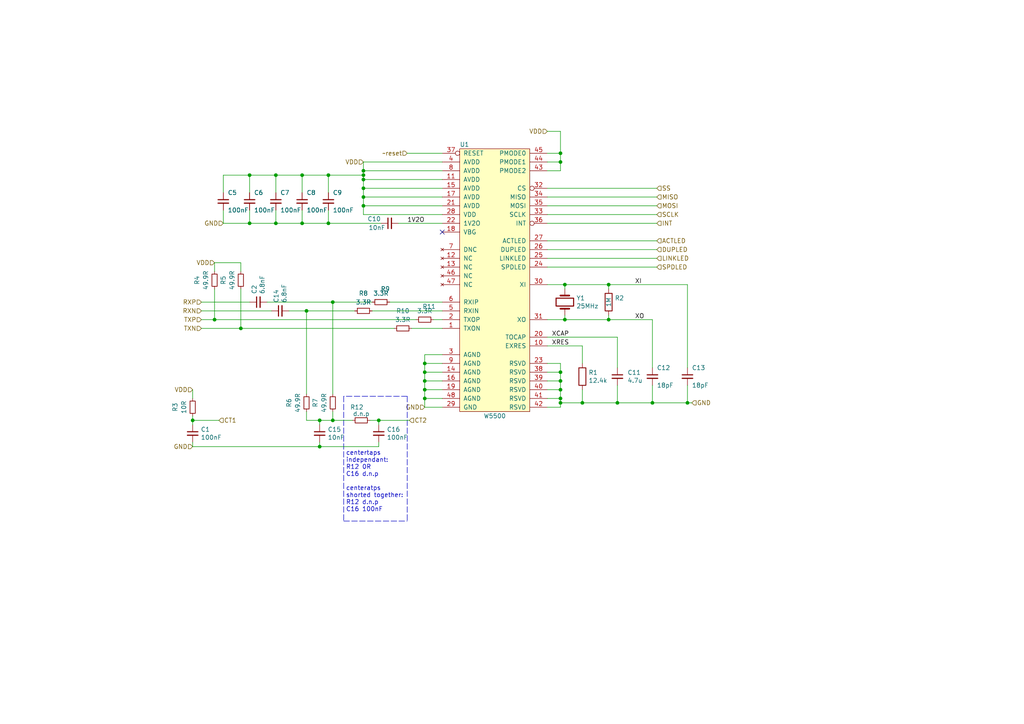
<source format=kicad_sch>
(kicad_sch (version 20211123) (generator eeschema)

  (uuid 97fe9c60-586f-4895-8504-4d3729f5f81a)

  (paper "A4")

  (lib_symbols
    (symbol "Device:C_Small" (pin_numbers hide) (pin_names (offset 0.254) hide) (in_bom yes) (on_board yes)
      (property "Reference" "C" (id 0) (at 0.254 1.778 0)
        (effects (font (size 1.27 1.27)) (justify left))
      )
      (property "Value" "C_Small" (id 1) (at 0.254 -2.032 0)
        (effects (font (size 1.27 1.27)) (justify left))
      )
      (property "Footprint" "" (id 2) (at 0 0 0)
        (effects (font (size 1.27 1.27)) hide)
      )
      (property "Datasheet" "~" (id 3) (at 0 0 0)
        (effects (font (size 1.27 1.27)) hide)
      )
      (property "ki_keywords" "capacitor cap" (id 4) (at 0 0 0)
        (effects (font (size 1.27 1.27)) hide)
      )
      (property "ki_description" "Unpolarized capacitor, small symbol" (id 5) (at 0 0 0)
        (effects (font (size 1.27 1.27)) hide)
      )
      (property "ki_fp_filters" "C_*" (id 6) (at 0 0 0)
        (effects (font (size 1.27 1.27)) hide)
      )
      (symbol "C_Small_0_1"
        (polyline
          (pts
            (xy -1.524 -0.508)
            (xy 1.524 -0.508)
          )
          (stroke (width 0.3302) (type default) (color 0 0 0 0))
          (fill (type none))
        )
        (polyline
          (pts
            (xy -1.524 0.508)
            (xy 1.524 0.508)
          )
          (stroke (width 0.3048) (type default) (color 0 0 0 0))
          (fill (type none))
        )
      )
      (symbol "C_Small_1_1"
        (pin passive line (at 0 2.54 270) (length 2.032)
          (name "~" (effects (font (size 1.27 1.27))))
          (number "1" (effects (font (size 1.27 1.27))))
        )
        (pin passive line (at 0 -2.54 90) (length 2.032)
          (name "~" (effects (font (size 1.27 1.27))))
          (number "2" (effects (font (size 1.27 1.27))))
        )
      )
    )
    (symbol "Device:Crystal" (pin_numbers hide) (pin_names (offset 1.016) hide) (in_bom yes) (on_board yes)
      (property "Reference" "Y" (id 0) (at 0 3.81 0)
        (effects (font (size 1.27 1.27)))
      )
      (property "Value" "Crystal" (id 1) (at 0 -3.81 0)
        (effects (font (size 1.27 1.27)))
      )
      (property "Footprint" "" (id 2) (at 0 0 0)
        (effects (font (size 1.27 1.27)) hide)
      )
      (property "Datasheet" "~" (id 3) (at 0 0 0)
        (effects (font (size 1.27 1.27)) hide)
      )
      (property "ki_keywords" "quartz ceramic resonator oscillator" (id 4) (at 0 0 0)
        (effects (font (size 1.27 1.27)) hide)
      )
      (property "ki_description" "Two pin crystal" (id 5) (at 0 0 0)
        (effects (font (size 1.27 1.27)) hide)
      )
      (property "ki_fp_filters" "Crystal*" (id 6) (at 0 0 0)
        (effects (font (size 1.27 1.27)) hide)
      )
      (symbol "Crystal_0_1"
        (rectangle (start -1.143 2.54) (end 1.143 -2.54)
          (stroke (width 0.3048) (type default) (color 0 0 0 0))
          (fill (type none))
        )
        (polyline
          (pts
            (xy -2.54 0)
            (xy -1.905 0)
          )
          (stroke (width 0) (type default) (color 0 0 0 0))
          (fill (type none))
        )
        (polyline
          (pts
            (xy -1.905 -1.27)
            (xy -1.905 1.27)
          )
          (stroke (width 0.508) (type default) (color 0 0 0 0))
          (fill (type none))
        )
        (polyline
          (pts
            (xy 1.905 -1.27)
            (xy 1.905 1.27)
          )
          (stroke (width 0.508) (type default) (color 0 0 0 0))
          (fill (type none))
        )
        (polyline
          (pts
            (xy 2.54 0)
            (xy 1.905 0)
          )
          (stroke (width 0) (type default) (color 0 0 0 0))
          (fill (type none))
        )
      )
      (symbol "Crystal_1_1"
        (pin passive line (at -3.81 0 0) (length 1.27)
          (name "1" (effects (font (size 1.27 1.27))))
          (number "1" (effects (font (size 1.27 1.27))))
        )
        (pin passive line (at 3.81 0 180) (length 1.27)
          (name "2" (effects (font (size 1.27 1.27))))
          (number "2" (effects (font (size 1.27 1.27))))
        )
      )
    )
    (symbol "Device:R" (pin_numbers hide) (pin_names (offset 0)) (in_bom yes) (on_board yes)
      (property "Reference" "R" (id 0) (at 2.032 0 90)
        (effects (font (size 1.27 1.27)))
      )
      (property "Value" "R" (id 1) (at 0 0 90)
        (effects (font (size 1.27 1.27)))
      )
      (property "Footprint" "" (id 2) (at -1.778 0 90)
        (effects (font (size 1.27 1.27)) hide)
      )
      (property "Datasheet" "~" (id 3) (at 0 0 0)
        (effects (font (size 1.27 1.27)) hide)
      )
      (property "ki_keywords" "R res resistor" (id 4) (at 0 0 0)
        (effects (font (size 1.27 1.27)) hide)
      )
      (property "ki_description" "Resistor" (id 5) (at 0 0 0)
        (effects (font (size 1.27 1.27)) hide)
      )
      (property "ki_fp_filters" "R_*" (id 6) (at 0 0 0)
        (effects (font (size 1.27 1.27)) hide)
      )
      (symbol "R_0_1"
        (rectangle (start -1.016 -2.54) (end 1.016 2.54)
          (stroke (width 0.254) (type default) (color 0 0 0 0))
          (fill (type none))
        )
      )
      (symbol "R_1_1"
        (pin passive line (at 0 3.81 270) (length 1.27)
          (name "~" (effects (font (size 1.27 1.27))))
          (number "1" (effects (font (size 1.27 1.27))))
        )
        (pin passive line (at 0 -3.81 90) (length 1.27)
          (name "~" (effects (font (size 1.27 1.27))))
          (number "2" (effects (font (size 1.27 1.27))))
        )
      )
    )
    (symbol "Device:R_Small" (pin_numbers hide) (pin_names (offset 0.254) hide) (in_bom yes) (on_board yes)
      (property "Reference" "R" (id 0) (at 0.762 0.508 0)
        (effects (font (size 1.27 1.27)) (justify left))
      )
      (property "Value" "R_Small" (id 1) (at 0.762 -1.016 0)
        (effects (font (size 1.27 1.27)) (justify left))
      )
      (property "Footprint" "" (id 2) (at 0 0 0)
        (effects (font (size 1.27 1.27)) hide)
      )
      (property "Datasheet" "~" (id 3) (at 0 0 0)
        (effects (font (size 1.27 1.27)) hide)
      )
      (property "ki_keywords" "R resistor" (id 4) (at 0 0 0)
        (effects (font (size 1.27 1.27)) hide)
      )
      (property "ki_description" "Resistor, small symbol" (id 5) (at 0 0 0)
        (effects (font (size 1.27 1.27)) hide)
      )
      (property "ki_fp_filters" "R_*" (id 6) (at 0 0 0)
        (effects (font (size 1.27 1.27)) hide)
      )
      (symbol "R_Small_0_1"
        (rectangle (start -0.762 1.778) (end 0.762 -1.778)
          (stroke (width 0.2032) (type default) (color 0 0 0 0))
          (fill (type none))
        )
      )
      (symbol "R_Small_1_1"
        (pin passive line (at 0 2.54 270) (length 0.762)
          (name "~" (effects (font (size 1.27 1.27))))
          (number "1" (effects (font (size 1.27 1.27))))
        )
        (pin passive line (at 0 -2.54 90) (length 0.762)
          (name "~" (effects (font (size 1.27 1.27))))
          (number "2" (effects (font (size 1.27 1.27))))
        )
      )
    )
    (symbol "parts:W5500" (pin_names (offset 1.016)) (in_bom yes) (on_board yes)
      (property "Reference" "U" (id 0) (at -10.16 44.45 0)
        (effects (font (size 1.27 1.27)) (justify left))
      )
      (property "Value" "W5500" (id 1) (at 0 -34.29 0)
        (effects (font (size 1.27 1.27)))
      )
      (property "Footprint" "Housings_QFP:LQFP-48_7x7mm_Pitch0.5mm" (id 2) (at -10.16 49.53 0)
        (effects (font (size 1.27 1.27)) (justify left) hide)
      )
      (property "Datasheet" "http://wizwiki.net/wiki/lib/exe/fetch.php?media=products:w5500:w5500_ds_v108e.pdf" (id 3) (at -10.16 46.99 0)
        (effects (font (size 1.27 1.27)) (justify left) hide)
      )
      (property "DigiKey Part Number" "1278-1021-ND" (id 4) (at -10.16 52.07 0)
        (effects (font (size 1.27 1.27)) (justify left) hide)
      )
      (symbol "W5500_0_1"
        (rectangle (start -10.16 43.18) (end 10.16 -33.02)
          (stroke (width 0) (type default) (color 0 0 0 0))
          (fill (type background))
        )
      )
      (symbol "W5500_1_1"
        (pin output line (at -15.24 -8.89 0) (length 5.08)
          (name "TXON" (effects (font (size 1.27 1.27))))
          (number "1" (effects (font (size 1.27 1.27))))
        )
        (pin output line (at 15.24 -13.97 180) (length 5.08)
          (name "EXRES" (effects (font (size 1.27 1.27))))
          (number "10" (effects (font (size 1.27 1.27))))
        )
        (pin power_in line (at -15.24 34.29 0) (length 5.08)
          (name "AVDD" (effects (font (size 1.27 1.27))))
          (number "11" (effects (font (size 1.27 1.27))))
        )
        (pin no_connect line (at -15.24 11.43 0) (length 5.08)
          (name "NC" (effects (font (size 1.27 1.27))))
          (number "12" (effects (font (size 1.27 1.27))))
        )
        (pin no_connect line (at -15.24 8.89 0) (length 5.08)
          (name "NC" (effects (font (size 1.27 1.27))))
          (number "13" (effects (font (size 1.27 1.27))))
        )
        (pin power_in line (at -15.24 -21.59 0) (length 5.08)
          (name "AGND" (effects (font (size 1.27 1.27))))
          (number "14" (effects (font (size 1.27 1.27))))
        )
        (pin power_in line (at -15.24 31.75 0) (length 5.08)
          (name "AVDD" (effects (font (size 1.27 1.27))))
          (number "15" (effects (font (size 1.27 1.27))))
        )
        (pin power_in line (at -15.24 -24.13 0) (length 5.08)
          (name "AGND" (effects (font (size 1.27 1.27))))
          (number "16" (effects (font (size 1.27 1.27))))
        )
        (pin power_in line (at -15.24 29.21 0) (length 5.08)
          (name "AVDD" (effects (font (size 1.27 1.27))))
          (number "17" (effects (font (size 1.27 1.27))))
        )
        (pin power_out line (at -15.24 19.05 0) (length 5.08)
          (name "VBG" (effects (font (size 1.27 1.27))))
          (number "18" (effects (font (size 1.27 1.27))))
        )
        (pin power_in line (at -15.24 -26.67 0) (length 5.08)
          (name "AGND" (effects (font (size 1.27 1.27))))
          (number "19" (effects (font (size 1.27 1.27))))
        )
        (pin output line (at -15.24 -6.35 0) (length 5.08)
          (name "TXOP" (effects (font (size 1.27 1.27))))
          (number "2" (effects (font (size 1.27 1.27))))
        )
        (pin output line (at 15.24 -11.43 180) (length 5.08)
          (name "TOCAP" (effects (font (size 1.27 1.27))))
          (number "20" (effects (font (size 1.27 1.27))))
        )
        (pin power_in line (at -15.24 26.67 0) (length 5.08)
          (name "AVDD" (effects (font (size 1.27 1.27))))
          (number "21" (effects (font (size 1.27 1.27))))
        )
        (pin power_out line (at -15.24 21.59 0) (length 5.08)
          (name "1V2O" (effects (font (size 1.27 1.27))))
          (number "22" (effects (font (size 1.27 1.27))))
        )
        (pin unspecified line (at 15.24 -19.05 180) (length 5.08)
          (name "RSVD" (effects (font (size 1.27 1.27))))
          (number "23" (effects (font (size 1.27 1.27))))
        )
        (pin output line (at 15.24 8.89 180) (length 5.08)
          (name "SPDLED" (effects (font (size 1.27 1.27))))
          (number "24" (effects (font (size 1.27 1.27))))
        )
        (pin output line (at 15.24 11.43 180) (length 5.08)
          (name "LINKLED" (effects (font (size 1.27 1.27))))
          (number "25" (effects (font (size 1.27 1.27))))
        )
        (pin output line (at 15.24 13.97 180) (length 5.08)
          (name "DUPLED" (effects (font (size 1.27 1.27))))
          (number "26" (effects (font (size 1.27 1.27))))
        )
        (pin output line (at 15.24 16.51 180) (length 5.08)
          (name "ACTLED" (effects (font (size 1.27 1.27))))
          (number "27" (effects (font (size 1.27 1.27))))
        )
        (pin power_in line (at -15.24 24.13 0) (length 5.08)
          (name "VDD" (effects (font (size 1.27 1.27))))
          (number "28" (effects (font (size 1.27 1.27))))
        )
        (pin power_in line (at -15.24 -31.75 0) (length 5.08)
          (name "GND" (effects (font (size 1.27 1.27))))
          (number "29" (effects (font (size 1.27 1.27))))
        )
        (pin power_in line (at -15.24 -16.51 0) (length 5.08)
          (name "AGND" (effects (font (size 1.27 1.27))))
          (number "3" (effects (font (size 1.27 1.27))))
        )
        (pin input line (at 15.24 3.81 180) (length 5.08)
          (name "XI" (effects (font (size 1.27 1.27))))
          (number "30" (effects (font (size 1.27 1.27))))
        )
        (pin input line (at 15.24 -6.35 180) (length 5.08)
          (name "XO" (effects (font (size 1.27 1.27))))
          (number "31" (effects (font (size 1.27 1.27))))
        )
        (pin input inverted (at 15.24 31.75 180) (length 5.08)
          (name "CS" (effects (font (size 1.27 1.27))))
          (number "32" (effects (font (size 1.27 1.27))))
        )
        (pin input line (at 15.24 24.13 180) (length 5.08)
          (name "SCLK" (effects (font (size 1.27 1.27))))
          (number "33" (effects (font (size 1.27 1.27))))
        )
        (pin output line (at 15.24 29.21 180) (length 5.08)
          (name "MISO" (effects (font (size 1.27 1.27))))
          (number "34" (effects (font (size 1.27 1.27))))
        )
        (pin input line (at 15.24 26.67 180) (length 5.08)
          (name "MOSI" (effects (font (size 1.27 1.27))))
          (number "35" (effects (font (size 1.27 1.27))))
        )
        (pin output inverted (at 15.24 21.59 180) (length 5.08)
          (name "INT" (effects (font (size 1.27 1.27))))
          (number "36" (effects (font (size 1.27 1.27))))
        )
        (pin input inverted (at -15.24 41.91 0) (length 5.08)
          (name "RESET" (effects (font (size 1.27 1.27))))
          (number "37" (effects (font (size 1.27 1.27))))
        )
        (pin unspecified line (at 15.24 -21.59 180) (length 5.08)
          (name "RSVD" (effects (font (size 1.27 1.27))))
          (number "38" (effects (font (size 1.27 1.27))))
        )
        (pin unspecified line (at 15.24 -24.13 180) (length 5.08)
          (name "RSVD" (effects (font (size 1.27 1.27))))
          (number "39" (effects (font (size 1.27 1.27))))
        )
        (pin power_in line (at -15.24 39.37 0) (length 5.08)
          (name "AVDD" (effects (font (size 1.27 1.27))))
          (number "4" (effects (font (size 1.27 1.27))))
        )
        (pin unspecified line (at 15.24 -26.67 180) (length 5.08)
          (name "RSVD" (effects (font (size 1.27 1.27))))
          (number "40" (effects (font (size 1.27 1.27))))
        )
        (pin unspecified line (at 15.24 -29.21 180) (length 5.08)
          (name "RSVD" (effects (font (size 1.27 1.27))))
          (number "41" (effects (font (size 1.27 1.27))))
        )
        (pin unspecified line (at 15.24 -31.75 180) (length 5.08)
          (name "RSVD" (effects (font (size 1.27 1.27))))
          (number "42" (effects (font (size 1.27 1.27))))
        )
        (pin input line (at 15.24 36.83 180) (length 5.08)
          (name "PMODE2" (effects (font (size 1.27 1.27))))
          (number "43" (effects (font (size 1.27 1.27))))
        )
        (pin input line (at 15.24 39.37 180) (length 5.08)
          (name "PMODE1" (effects (font (size 1.27 1.27))))
          (number "44" (effects (font (size 1.27 1.27))))
        )
        (pin input line (at 15.24 41.91 180) (length 5.08)
          (name "PMODE0" (effects (font (size 1.27 1.27))))
          (number "45" (effects (font (size 1.27 1.27))))
        )
        (pin no_connect line (at -15.24 6.35 0) (length 5.08)
          (name "NC" (effects (font (size 1.27 1.27))))
          (number "46" (effects (font (size 1.27 1.27))))
        )
        (pin no_connect line (at -15.24 3.81 0) (length 5.08)
          (name "NC" (effects (font (size 1.27 1.27))))
          (number "47" (effects (font (size 1.27 1.27))))
        )
        (pin power_in line (at -15.24 -29.21 0) (length 5.08)
          (name "AGND" (effects (font (size 1.27 1.27))))
          (number "48" (effects (font (size 1.27 1.27))))
        )
        (pin input line (at -15.24 -3.81 0) (length 5.08)
          (name "RXIN" (effects (font (size 1.27 1.27))))
          (number "5" (effects (font (size 1.27 1.27))))
        )
        (pin input line (at -15.24 -1.27 0) (length 5.08)
          (name "RXIP" (effects (font (size 1.27 1.27))))
          (number "6" (effects (font (size 1.27 1.27))))
        )
        (pin no_connect line (at -15.24 13.97 0) (length 5.08)
          (name "DNC" (effects (font (size 1.27 1.27))))
          (number "7" (effects (font (size 1.27 1.27))))
        )
        (pin power_in line (at -15.24 36.83 0) (length 5.08)
          (name "AVDD" (effects (font (size 1.27 1.27))))
          (number "8" (effects (font (size 1.27 1.27))))
        )
        (pin power_in line (at -15.24 -19.05 0) (length 5.08)
          (name "AGND" (effects (font (size 1.27 1.27))))
          (number "9" (effects (font (size 1.27 1.27))))
        )
      )
    )
  )

  (junction (at 162.56 46.99) (diameter 0) (color 0 0 0 0)
    (uuid 025f4754-ba45-4982-af60-ad28a75eb812)
  )
  (junction (at 105.41 50.8) (diameter 0) (color 0 0 0 0)
    (uuid 048cd157-64e6-44e0-ad87-2de59f8acab9)
  )
  (junction (at 123.19 113.03) (diameter 0) (color 0 0 0 0)
    (uuid 07e001c6-581f-49a2-9a26-726a242be3e0)
  )
  (junction (at 55.88 121.92) (diameter 0) (color 0 0 0 0)
    (uuid 0e37ebb3-6930-4f97-99bf-42c51bac0066)
  )
  (junction (at 92.71 121.92) (diameter 0) (color 0 0 0 0)
    (uuid 10e01b52-e439-4dc3-85d0-46e99f9069be)
  )
  (junction (at 123.19 107.95) (diameter 0) (color 0 0 0 0)
    (uuid 19822050-0561-40c8-b6a4-ae2349ffa86d)
  )
  (junction (at 123.19 105.41) (diameter 0) (color 0 0 0 0)
    (uuid 1f4a8a1f-593b-4fd8-b80f-c4ed492bd86b)
  )
  (junction (at 80.01 64.77) (diameter 0) (color 0 0 0 0)
    (uuid 25e13b59-10ba-4907-aef3-db635cef4d94)
  )
  (junction (at 105.41 52.07) (diameter 0) (color 0 0 0 0)
    (uuid 330b3c32-638e-479c-b88b-2ccf9094af25)
  )
  (junction (at 105.41 57.15) (diameter 0) (color 0 0 0 0)
    (uuid 35037677-867b-46b1-8787-217a7d746ebb)
  )
  (junction (at 168.91 116.84) (diameter 0) (color 0 0 0 0)
    (uuid 38834e8a-8df3-4048-8a30-575636f9925a)
  )
  (junction (at 162.56 115.57) (diameter 0) (color 0 0 0 0)
    (uuid 3934f926-ab2f-4b7d-88c4-9974b9f365fb)
  )
  (junction (at 176.53 92.71) (diameter 0) (color 0 0 0 0)
    (uuid 437d105b-06fa-4b00-bd88-cd6425772457)
  )
  (junction (at 96.52 121.92) (diameter 0) (color 0 0 0 0)
    (uuid 51f38e49-8a1b-42c1-9963-defaf8787a5f)
  )
  (junction (at 96.52 87.63) (diameter 0) (color 0 0 0 0)
    (uuid 55cb80ad-dbef-4313-b22a-51f69e11adaf)
  )
  (junction (at 80.01 50.8) (diameter 0) (color 0 0 0 0)
    (uuid 5bed274e-95af-4053-8aa3-39064546a500)
  )
  (junction (at 105.41 49.53) (diameter 0) (color 0 0 0 0)
    (uuid 613065a6-1824-4db0-8f78-6dc8ff7b4afa)
  )
  (junction (at 95.25 64.77) (diameter 0) (color 0 0 0 0)
    (uuid 6bdbec25-8d81-4753-81bf-abe8299eab82)
  )
  (junction (at 179.07 116.84) (diameter 0) (color 0 0 0 0)
    (uuid 797f7417-065c-4f27-9ada-a6fc7316f843)
  )
  (junction (at 163.83 92.71) (diameter 0) (color 0 0 0 0)
    (uuid 7aafd51f-54dc-4ae7-8428-e205cdd5dbe1)
  )
  (junction (at 176.53 82.55) (diameter 0) (color 0 0 0 0)
    (uuid 7b5a95bd-88f3-4596-a25d-088f949b5558)
  )
  (junction (at 105.41 59.69) (diameter 0) (color 0 0 0 0)
    (uuid 82dc45c6-60cb-4112-98f7-60f1fd9f8ab7)
  )
  (junction (at 72.39 64.77) (diameter 0) (color 0 0 0 0)
    (uuid 954657f2-ccdd-4b62-9c52-898615dd380b)
  )
  (junction (at 162.56 44.45) (diameter 0) (color 0 0 0 0)
    (uuid 98e21549-9a5a-4b2a-a4c4-fe4e798e9b73)
  )
  (junction (at 162.56 113.03) (diameter 0) (color 0 0 0 0)
    (uuid 9ccde898-47d8-45cd-846e-07a4ef2fe57f)
  )
  (junction (at 123.19 110.49) (diameter 0) (color 0 0 0 0)
    (uuid a1c34428-e385-44ea-af37-f1fffca8ce33)
  )
  (junction (at 163.83 82.55) (diameter 0) (color 0 0 0 0)
    (uuid af91054d-4242-4fc8-ad8e-c8c13d281a57)
  )
  (junction (at 162.56 107.95) (diameter 0) (color 0 0 0 0)
    (uuid afbc2b77-cd91-4e7e-a9f2-4c80242b0698)
  )
  (junction (at 87.63 50.8) (diameter 0) (color 0 0 0 0)
    (uuid b53136d7-595a-4631-97c8-559edc0abab6)
  )
  (junction (at 87.63 64.77) (diameter 0) (color 0 0 0 0)
    (uuid b70672e7-3a3b-40fc-8cfa-6cab52e36772)
  )
  (junction (at 62.23 92.71) (diameter 0) (color 0 0 0 0)
    (uuid c2670d11-3a63-4702-96c4-76722d417d11)
  )
  (junction (at 92.71 129.54) (diameter 0) (color 0 0 0 0)
    (uuid c33392f6-78db-4745-84da-cde04de7511a)
  )
  (junction (at 189.23 116.84) (diameter 0) (color 0 0 0 0)
    (uuid c4133f48-ad8d-4f10-824a-7200b029fcd2)
  )
  (junction (at 105.41 54.61) (diameter 0) (color 0 0 0 0)
    (uuid cc8f0dec-45e1-4b87-8ce9-e4ff30d67326)
  )
  (junction (at 72.39 50.8) (diameter 0) (color 0 0 0 0)
    (uuid ceae8f28-ad1c-4092-8ce0-e4f13b4f752a)
  )
  (junction (at 88.9 90.17) (diameter 0) (color 0 0 0 0)
    (uuid cffd3473-03a0-4ad2-9182-bb0f4ef37def)
  )
  (junction (at 123.19 115.57) (diameter 0) (color 0 0 0 0)
    (uuid d4859eeb-8a6c-42d4-be41-bc3a84238456)
  )
  (junction (at 162.56 116.84) (diameter 0) (color 0 0 0 0)
    (uuid e5fb42f7-1a58-4829-b743-515d32c7bb96)
  )
  (junction (at 69.85 95.25) (diameter 0) (color 0 0 0 0)
    (uuid edd87ed3-b7e2-4d40-954f-1063cdb55c42)
  )
  (junction (at 199.39 116.84) (diameter 0) (color 0 0 0 0)
    (uuid ee0c028c-75a1-4003-a390-2ca77b88198f)
  )
  (junction (at 162.56 110.49) (diameter 0) (color 0 0 0 0)
    (uuid f2db2212-8030-49dd-9711-386cef5079fd)
  )
  (junction (at 109.855 121.92) (diameter 0) (color 0 0 0 0)
    (uuid fade480c-606b-4bfe-a081-844b9cf6309d)
  )
  (junction (at 95.25 50.8) (diameter 0) (color 0 0 0 0)
    (uuid ff7e2dd2-9392-40a1-8e0d-a25396bf3b3a)
  )

  (no_connect (at 128.27 67.31) (uuid 1e434b8f-8886-4877-9a98-29c1da32fec6))

  (wire (pts (xy 128.27 105.41) (xy 123.19 105.41))
    (stroke (width 0) (type default) (color 0 0 0 0))
    (uuid 014b0cfe-aadc-45c2-ba08-510b37fd8361)
  )
  (wire (pts (xy 162.56 49.53) (xy 158.75 49.53))
    (stroke (width 0) (type default) (color 0 0 0 0))
    (uuid 02a0483f-8eb8-417d-9f87-431d73cb6340)
  )
  (wire (pts (xy 162.56 115.57) (xy 162.56 113.03))
    (stroke (width 0) (type default) (color 0 0 0 0))
    (uuid 03e3cf87-d39b-4cee-9985-0ef6a97464ea)
  )
  (polyline (pts (xy 118.11 114.935) (xy 99.695 114.935))
    (stroke (width 0) (type default) (color 0 0 0 0))
    (uuid 0718f8cb-aadf-460c-8371-5ddaa5c0ec01)
  )

  (wire (pts (xy 92.71 121.92) (xy 92.71 123.19))
    (stroke (width 0) (type default) (color 0 0 0 0))
    (uuid 0738a607-da5b-4c4f-9ffe-06050e156bb0)
  )
  (wire (pts (xy 105.41 50.8) (xy 105.41 49.53))
    (stroke (width 0) (type default) (color 0 0 0 0))
    (uuid 0a640ebe-ea8e-4705-8413-0b4ac7d67654)
  )
  (wire (pts (xy 115.57 64.77) (xy 128.27 64.77))
    (stroke (width 0) (type default) (color 0 0 0 0))
    (uuid 0be64d8a-8f6e-4328-95df-0f1cbbe99490)
  )
  (wire (pts (xy 128.27 113.03) (xy 123.19 113.03))
    (stroke (width 0) (type default) (color 0 0 0 0))
    (uuid 0d097421-a0c5-4647-bf62-af2ce539f56a)
  )
  (polyline (pts (xy 99.695 151.13) (xy 118.11 151.13))
    (stroke (width 0) (type default) (color 0 0 0 0))
    (uuid 1067cdb5-8406-462c-8f05-dfcfe7142f37)
  )

  (wire (pts (xy 105.41 57.15) (xy 105.41 54.61))
    (stroke (width 0) (type default) (color 0 0 0 0))
    (uuid 109292ef-061d-4dba-b557-617da8c4259e)
  )
  (wire (pts (xy 77.47 87.63) (xy 96.52 87.63))
    (stroke (width 0) (type default) (color 0 0 0 0))
    (uuid 13ca40b3-8482-42d5-846b-067136623c6b)
  )
  (wire (pts (xy 72.39 50.8) (xy 72.39 55.88))
    (stroke (width 0) (type default) (color 0 0 0 0))
    (uuid 146dd21a-45e5-4046-895b-d11829ac5c15)
  )
  (wire (pts (xy 123.19 113.03) (xy 123.19 115.57))
    (stroke (width 0) (type default) (color 0 0 0 0))
    (uuid 1508f1d0-e14d-4457-bf1a-9d7d46be4954)
  )
  (wire (pts (xy 158.75 64.77) (xy 190.5 64.77))
    (stroke (width 0) (type default) (color 0 0 0 0))
    (uuid 16e7f4bc-c0ac-47b7-85e0-5954899ac042)
  )
  (wire (pts (xy 92.71 121.92) (xy 96.52 121.92))
    (stroke (width 0) (type default) (color 0 0 0 0))
    (uuid 1751c306-d97d-452a-a00d-5f84a0502bc1)
  )
  (wire (pts (xy 95.25 64.77) (xy 110.49 64.77))
    (stroke (width 0) (type default) (color 0 0 0 0))
    (uuid 17d50f99-f623-4619-9cab-770adb33dbc3)
  )
  (wire (pts (xy 96.52 121.92) (xy 102.235 121.92))
    (stroke (width 0) (type default) (color 0 0 0 0))
    (uuid 1983503f-b1ee-4bbe-9802-cde5b9866693)
  )
  (wire (pts (xy 88.9 90.17) (xy 102.87 90.17))
    (stroke (width 0) (type default) (color 0 0 0 0))
    (uuid 19b97b08-29c9-4579-acfc-7b881b65c57d)
  )
  (wire (pts (xy 107.95 90.17) (xy 128.27 90.17))
    (stroke (width 0) (type default) (color 0 0 0 0))
    (uuid 1cd94760-c071-4b03-9156-1e2762e40e0b)
  )
  (wire (pts (xy 179.07 111.76) (xy 179.07 116.84))
    (stroke (width 0) (type default) (color 0 0 0 0))
    (uuid 2384378b-8eb7-4912-b965-a1f5b45064d0)
  )
  (wire (pts (xy 163.83 92.71) (xy 163.83 91.44))
    (stroke (width 0) (type default) (color 0 0 0 0))
    (uuid 23d9876c-9c1c-4e69-81e0-418a7b9b8156)
  )
  (wire (pts (xy 92.71 129.54) (xy 109.855 129.54))
    (stroke (width 0) (type default) (color 0 0 0 0))
    (uuid 2484bbfb-b5f2-4baf-8c7d-81797f236de7)
  )
  (wire (pts (xy 158.75 107.95) (xy 162.56 107.95))
    (stroke (width 0) (type default) (color 0 0 0 0))
    (uuid 26cf7a19-e418-46b2-9508-b8c8b5b6f304)
  )
  (wire (pts (xy 55.88 113.03) (xy 55.88 115.57))
    (stroke (width 0) (type default) (color 0 0 0 0))
    (uuid 2880b964-974c-4151-8271-d21dab4b1c75)
  )
  (wire (pts (xy 158.75 92.71) (xy 163.83 92.71))
    (stroke (width 0) (type default) (color 0 0 0 0))
    (uuid 324ab83f-5e44-4ed2-9b62-345b75796455)
  )
  (wire (pts (xy 162.56 44.45) (xy 162.56 46.99))
    (stroke (width 0) (type default) (color 0 0 0 0))
    (uuid 32825ce3-46dd-4961-80ec-8858ef2dc661)
  )
  (wire (pts (xy 189.23 116.84) (xy 199.39 116.84))
    (stroke (width 0) (type default) (color 0 0 0 0))
    (uuid 3699ca33-909f-4d7d-90f2-4c15439bec2c)
  )
  (wire (pts (xy 128.27 57.15) (xy 105.41 57.15))
    (stroke (width 0) (type default) (color 0 0 0 0))
    (uuid 377640fa-9cde-4953-8364-b21728eb69a5)
  )
  (wire (pts (xy 199.39 116.84) (xy 200.66 116.84))
    (stroke (width 0) (type default) (color 0 0 0 0))
    (uuid 39930f50-0b9e-4b57-8cc1-73ed6d7b70d1)
  )
  (wire (pts (xy 118.11 44.45) (xy 128.27 44.45))
    (stroke (width 0) (type default) (color 0 0 0 0))
    (uuid 3f0bb12b-db64-458a-aed1-21bd6b80b873)
  )
  (wire (pts (xy 88.9 90.17) (xy 88.9 114.3))
    (stroke (width 0) (type default) (color 0 0 0 0))
    (uuid 429ef7c6-6533-4429-98d8-e20b8ae87c2b)
  )
  (wire (pts (xy 128.27 49.53) (xy 105.41 49.53))
    (stroke (width 0) (type default) (color 0 0 0 0))
    (uuid 43f3391a-0729-4bab-a5d9-5fbe18265f37)
  )
  (wire (pts (xy 199.39 111.76) (xy 199.39 116.84))
    (stroke (width 0) (type default) (color 0 0 0 0))
    (uuid 465814cb-03a5-4e09-ac69-bc7ba843ad49)
  )
  (wire (pts (xy 128.27 107.95) (xy 123.19 107.95))
    (stroke (width 0) (type default) (color 0 0 0 0))
    (uuid 4675ba42-4e6f-4b68-8fd4-0aa36efcb99b)
  )
  (wire (pts (xy 128.27 46.99) (xy 105.41 46.99))
    (stroke (width 0) (type default) (color 0 0 0 0))
    (uuid 47077c27-146a-406e-a83a-e467ee31c5e5)
  )
  (wire (pts (xy 64.77 50.8) (xy 64.77 55.88))
    (stroke (width 0) (type default) (color 0 0 0 0))
    (uuid 4b37bbea-ab66-4221-bc05-52004b2be448)
  )
  (wire (pts (xy 199.39 82.55) (xy 199.39 106.68))
    (stroke (width 0) (type default) (color 0 0 0 0))
    (uuid 4c99303f-ffc1-4ad9-aa26-af99f179c5f3)
  )
  (polyline (pts (xy 99.695 114.935) (xy 99.695 151.13))
    (stroke (width 0) (type default) (color 0 0 0 0))
    (uuid 4ce51ea7-e990-4180-91c6-0a86d7d6ca99)
  )

  (wire (pts (xy 92.71 129.54) (xy 92.71 128.27))
    (stroke (width 0) (type default) (color 0 0 0 0))
    (uuid 4d098058-77f2-4cd1-8c1f-116f9b9a0a0e)
  )
  (wire (pts (xy 168.91 116.84) (xy 179.07 116.84))
    (stroke (width 0) (type default) (color 0 0 0 0))
    (uuid 4d1e2a07-9abf-4bb3-8063-dc046c7d0e5e)
  )
  (wire (pts (xy 158.75 46.99) (xy 162.56 46.99))
    (stroke (width 0) (type default) (color 0 0 0 0))
    (uuid 4e8a9201-d80f-47eb-a84c-7a4cc8f6c8a4)
  )
  (wire (pts (xy 158.75 115.57) (xy 162.56 115.57))
    (stroke (width 0) (type default) (color 0 0 0 0))
    (uuid 51552404-fb28-4c38-9eb7-dd62f55de241)
  )
  (wire (pts (xy 162.56 118.11) (xy 162.56 116.84))
    (stroke (width 0) (type default) (color 0 0 0 0))
    (uuid 51825ccf-d4a3-436f-801e-307c105ab535)
  )
  (wire (pts (xy 123.19 107.95) (xy 123.19 110.49))
    (stroke (width 0) (type default) (color 0 0 0 0))
    (uuid 543d0a47-2bf4-4c02-842c-8cf6e370dbad)
  )
  (polyline (pts (xy 118.11 114.935) (xy 118.11 151.13))
    (stroke (width 0) (type default) (color 0 0 0 0))
    (uuid 551ce950-b4b2-4c63-99af-36dc79aa1968)
  )

  (wire (pts (xy 87.63 64.77) (xy 80.01 64.77))
    (stroke (width 0) (type default) (color 0 0 0 0))
    (uuid 568ebbd7-8bf6-447c-8db4-609c4ea230cf)
  )
  (wire (pts (xy 105.41 52.07) (xy 105.41 50.8))
    (stroke (width 0) (type default) (color 0 0 0 0))
    (uuid 580a5354-cf0a-4eee-b1e3-a7e1e2f69ea4)
  )
  (wire (pts (xy 128.27 95.25) (xy 119.38 95.25))
    (stroke (width 0) (type default) (color 0 0 0 0))
    (uuid 59cb69dd-490e-493b-862a-9924eb60b10f)
  )
  (wire (pts (xy 179.07 116.84) (xy 189.23 116.84))
    (stroke (width 0) (type default) (color 0 0 0 0))
    (uuid 5b2292e2-3940-4b57-b614-0ea33e0fc987)
  )
  (wire (pts (xy 55.88 128.27) (xy 55.88 129.54))
    (stroke (width 0) (type default) (color 0 0 0 0))
    (uuid 5da67a3a-17be-406d-af92-d89581f911a3)
  )
  (wire (pts (xy 158.75 72.39) (xy 190.5 72.39))
    (stroke (width 0) (type default) (color 0 0 0 0))
    (uuid 5f0bbb1b-072f-455a-b80b-371cb8f60edd)
  )
  (wire (pts (xy 105.41 54.61) (xy 105.41 52.07))
    (stroke (width 0) (type default) (color 0 0 0 0))
    (uuid 64aae406-c192-48ac-9d28-fd597e20800b)
  )
  (wire (pts (xy 62.23 78.74) (xy 62.23 76.2))
    (stroke (width 0) (type default) (color 0 0 0 0))
    (uuid 65c304e9-79c6-41b1-83b8-f2eb6bb2def1)
  )
  (wire (pts (xy 158.75 110.49) (xy 162.56 110.49))
    (stroke (width 0) (type default) (color 0 0 0 0))
    (uuid 6706d8fc-ce14-4981-a0d9-a88a3fbc3b21)
  )
  (wire (pts (xy 95.25 64.77) (xy 87.63 64.77))
    (stroke (width 0) (type default) (color 0 0 0 0))
    (uuid 688511d3-631d-49bb-be6c-ef964315a0a0)
  )
  (wire (pts (xy 87.63 50.8) (xy 87.63 55.88))
    (stroke (width 0) (type default) (color 0 0 0 0))
    (uuid 68b55295-fe67-43f3-942f-ec08960df788)
  )
  (wire (pts (xy 176.53 82.55) (xy 176.53 83.82))
    (stroke (width 0) (type default) (color 0 0 0 0))
    (uuid 6c308c8b-0904-449a-9612-5d51cca11a5f)
  )
  (wire (pts (xy 158.75 100.33) (xy 168.91 100.33))
    (stroke (width 0) (type default) (color 0 0 0 0))
    (uuid 6dd07dbc-24b7-4960-95f2-8ee9adbf89a6)
  )
  (wire (pts (xy 72.39 64.77) (xy 64.77 64.77))
    (stroke (width 0) (type default) (color 0 0 0 0))
    (uuid 74346443-1cb8-41ad-9627-42ca43062c5d)
  )
  (wire (pts (xy 58.42 95.25) (xy 69.85 95.25))
    (stroke (width 0) (type default) (color 0 0 0 0))
    (uuid 748766eb-e45a-425d-9c22-f527c89d7182)
  )
  (wire (pts (xy 189.23 111.76) (xy 189.23 116.84))
    (stroke (width 0) (type default) (color 0 0 0 0))
    (uuid 751493e4-473e-4130-86b9-71f12c79ac7e)
  )
  (wire (pts (xy 105.41 59.69) (xy 105.41 57.15))
    (stroke (width 0) (type default) (color 0 0 0 0))
    (uuid 7521c24b-3e52-4aea-b281-c499ff468703)
  )
  (wire (pts (xy 55.88 121.92) (xy 63.5 121.92))
    (stroke (width 0) (type default) (color 0 0 0 0))
    (uuid 785dcfb4-23c0-41c8-a0d6-96789a1e5a7c)
  )
  (wire (pts (xy 176.53 92.71) (xy 189.23 92.71))
    (stroke (width 0) (type default) (color 0 0 0 0))
    (uuid 786647ea-a572-46b0-b843-8c855785587a)
  )
  (wire (pts (xy 123.19 110.49) (xy 123.19 113.03))
    (stroke (width 0) (type default) (color 0 0 0 0))
    (uuid 7994df1b-b7c9-4229-b0e9-ce9cead9d0ac)
  )
  (wire (pts (xy 62.23 83.82) (xy 62.23 92.71))
    (stroke (width 0) (type default) (color 0 0 0 0))
    (uuid 7ca775d5-eb77-457e-958e-a9ea1279b693)
  )
  (wire (pts (xy 158.75 54.61) (xy 190.5 54.61))
    (stroke (width 0) (type default) (color 0 0 0 0))
    (uuid 7d751916-aaf3-4834-85cc-cf93e27d03da)
  )
  (wire (pts (xy 64.77 50.8) (xy 72.39 50.8))
    (stroke (width 0) (type default) (color 0 0 0 0))
    (uuid 85183f7f-bfb0-4b40-99b6-1fa2b31848de)
  )
  (wire (pts (xy 109.855 129.54) (xy 109.855 128.27))
    (stroke (width 0) (type default) (color 0 0 0 0))
    (uuid 867dca1d-7605-4958-a004-25763db84e0b)
  )
  (wire (pts (xy 83.82 90.17) (xy 88.9 90.17))
    (stroke (width 0) (type default) (color 0 0 0 0))
    (uuid 88fb7bdb-16e1-4096-9d65-bef1ffd29882)
  )
  (wire (pts (xy 80.01 50.8) (xy 87.63 50.8))
    (stroke (width 0) (type default) (color 0 0 0 0))
    (uuid 89eedc24-8750-407f-90e4-18b136d8a245)
  )
  (wire (pts (xy 55.88 121.92) (xy 55.88 123.19))
    (stroke (width 0) (type default) (color 0 0 0 0))
    (uuid 8cf9e05d-f7dc-4583-9dc0-a2285dfc54af)
  )
  (wire (pts (xy 95.25 50.8) (xy 105.41 50.8))
    (stroke (width 0) (type default) (color 0 0 0 0))
    (uuid 8f9a7cf4-a836-4721-ab67-1f72961bf0aa)
  )
  (wire (pts (xy 162.56 116.84) (xy 168.91 116.84))
    (stroke (width 0) (type default) (color 0 0 0 0))
    (uuid 903f7d8a-6476-463f-8052-e7a67ad22b9f)
  )
  (wire (pts (xy 162.56 105.41) (xy 158.75 105.41))
    (stroke (width 0) (type default) (color 0 0 0 0))
    (uuid 9078e01d-028f-4fd6-9cb8-38b56cd103e4)
  )
  (wire (pts (xy 88.9 121.92) (xy 92.71 121.92))
    (stroke (width 0) (type default) (color 0 0 0 0))
    (uuid 91c7db1c-015f-4f54-a645-f21a3cd66bfb)
  )
  (wire (pts (xy 123.19 115.57) (xy 123.19 118.11))
    (stroke (width 0) (type default) (color 0 0 0 0))
    (uuid 921db96a-83e8-4f88-b345-ce73121b4229)
  )
  (wire (pts (xy 72.39 60.96) (xy 72.39 64.77))
    (stroke (width 0) (type default) (color 0 0 0 0))
    (uuid 940c0dda-aafa-414f-9507-673ce18f0723)
  )
  (wire (pts (xy 168.91 113.03) (xy 168.91 116.84))
    (stroke (width 0) (type default) (color 0 0 0 0))
    (uuid 94ccca49-7d09-4857-8af7-4fa58d24c83d)
  )
  (wire (pts (xy 163.83 82.55) (xy 176.53 82.55))
    (stroke (width 0) (type default) (color 0 0 0 0))
    (uuid 94cf5330-f5f5-4760-810c-f0e8c85dc5ff)
  )
  (wire (pts (xy 80.01 60.96) (xy 80.01 64.77))
    (stroke (width 0) (type default) (color 0 0 0 0))
    (uuid 95ce4622-6a4c-4cc3-af45-b0d0f50bc85b)
  )
  (wire (pts (xy 128.27 62.23) (xy 105.41 62.23))
    (stroke (width 0) (type default) (color 0 0 0 0))
    (uuid 9663c51c-d106-4faa-9b95-970bda5e51fd)
  )
  (wire (pts (xy 162.56 113.03) (xy 162.56 110.49))
    (stroke (width 0) (type default) (color 0 0 0 0))
    (uuid 998d7a65-5db7-4799-aea1-031b970b4baa)
  )
  (wire (pts (xy 158.75 77.47) (xy 190.5 77.47))
    (stroke (width 0) (type default) (color 0 0 0 0))
    (uuid 9bf077ba-f978-499e-9c66-9547f43a3d00)
  )
  (wire (pts (xy 190.5 74.93) (xy 158.75 74.93))
    (stroke (width 0) (type default) (color 0 0 0 0))
    (uuid 9db8ef2d-6975-4ea9-b8b4-e75d6564a111)
  )
  (wire (pts (xy 96.52 87.63) (xy 107.95 87.63))
    (stroke (width 0) (type default) (color 0 0 0 0))
    (uuid 9f2ec7ca-0c1e-41f5-886f-6c1335621b6c)
  )
  (wire (pts (xy 162.56 116.84) (xy 162.56 115.57))
    (stroke (width 0) (type default) (color 0 0 0 0))
    (uuid a20c2995-5959-4390-b462-b7efd2219cfb)
  )
  (wire (pts (xy 62.23 92.71) (xy 120.65 92.71))
    (stroke (width 0) (type default) (color 0 0 0 0))
    (uuid a48be91d-dd66-414a-be5c-61c6f824ddb9)
  )
  (wire (pts (xy 95.25 60.96) (xy 95.25 64.77))
    (stroke (width 0) (type default) (color 0 0 0 0))
    (uuid a67eb00d-d025-4bc8-82bc-fea967489d6b)
  )
  (wire (pts (xy 55.88 129.54) (xy 92.71 129.54))
    (stroke (width 0) (type default) (color 0 0 0 0))
    (uuid aa654917-2266-43e7-9e4f-e1de1a727c57)
  )
  (wire (pts (xy 162.56 110.49) (xy 162.56 107.95))
    (stroke (width 0) (type default) (color 0 0 0 0))
    (uuid aa86f8c5-d91d-4572-a803-8b23c510b7e6)
  )
  (wire (pts (xy 176.53 92.71) (xy 176.53 91.44))
    (stroke (width 0) (type default) (color 0 0 0 0))
    (uuid ab26358a-5538-4cdd-85bf-855cbc22e941)
  )
  (wire (pts (xy 158.75 97.79) (xy 179.07 97.79))
    (stroke (width 0) (type default) (color 0 0 0 0))
    (uuid ab7a0473-213c-4afe-ba51-3f86bf32021c)
  )
  (wire (pts (xy 128.27 59.69) (xy 105.41 59.69))
    (stroke (width 0) (type default) (color 0 0 0 0))
    (uuid abfe2d16-5c1c-42e5-a5b8-7ee7611663a0)
  )
  (wire (pts (xy 190.5 62.23) (xy 158.75 62.23))
    (stroke (width 0) (type default) (color 0 0 0 0))
    (uuid ac1a91b6-0e9d-4b4d-90e7-4233a668c842)
  )
  (wire (pts (xy 128.27 115.57) (xy 123.19 115.57))
    (stroke (width 0) (type default) (color 0 0 0 0))
    (uuid ac66df4d-f82e-40a6-aca7-ea70d1e296f5)
  )
  (wire (pts (xy 80.01 50.8) (xy 80.01 55.88))
    (stroke (width 0) (type default) (color 0 0 0 0))
    (uuid b1ca761c-bdb8-419e-9337-ff282251cf3c)
  )
  (wire (pts (xy 69.85 95.25) (xy 69.85 83.82))
    (stroke (width 0) (type default) (color 0 0 0 0))
    (uuid b33e6f90-e728-4f80-be56-0d9fc9958fbf)
  )
  (wire (pts (xy 123.19 102.87) (xy 123.19 105.41))
    (stroke (width 0) (type default) (color 0 0 0 0))
    (uuid b3b74159-32cf-457a-be4f-ee03f2c650b2)
  )
  (wire (pts (xy 58.42 90.17) (xy 78.74 90.17))
    (stroke (width 0) (type default) (color 0 0 0 0))
    (uuid b50b8cfb-9797-4b38-80bc-92da1b5e2359)
  )
  (wire (pts (xy 158.75 82.55) (xy 163.83 82.55))
    (stroke (width 0) (type default) (color 0 0 0 0))
    (uuid b62a1d59-30d5-407b-8374-bddde6b79791)
  )
  (wire (pts (xy 158.75 38.1) (xy 162.56 38.1))
    (stroke (width 0) (type default) (color 0 0 0 0))
    (uuid b663c1f7-5e30-4831-be41-d8eff10826c8)
  )
  (wire (pts (xy 118.745 121.92) (xy 109.855 121.92))
    (stroke (width 0) (type default) (color 0 0 0 0))
    (uuid b75385d4-cd63-491d-b967-7e499fdd7faf)
  )
  (wire (pts (xy 125.73 92.71) (xy 128.27 92.71))
    (stroke (width 0) (type default) (color 0 0 0 0))
    (uuid b89089d1-dae0-48b0-8374-aa99b21e8304)
  )
  (wire (pts (xy 158.75 44.45) (xy 162.56 44.45))
    (stroke (width 0) (type default) (color 0 0 0 0))
    (uuid b97c40d8-2dc6-4b97-922e-8c6a2e6079a0)
  )
  (wire (pts (xy 123.19 105.41) (xy 123.19 107.95))
    (stroke (width 0) (type default) (color 0 0 0 0))
    (uuid bae45d11-ecd8-461a-8fe4-6f49710045e3)
  )
  (wire (pts (xy 158.75 59.69) (xy 190.5 59.69))
    (stroke (width 0) (type default) (color 0 0 0 0))
    (uuid bd390507-6d17-4898-be2a-4dce96b0c7e8)
  )
  (wire (pts (xy 109.855 121.92) (xy 109.855 123.19))
    (stroke (width 0) (type default) (color 0 0 0 0))
    (uuid bd74b4a4-5bbd-4bcf-b03f-7e5a4a08389d)
  )
  (wire (pts (xy 162.56 38.1) (xy 162.56 44.45))
    (stroke (width 0) (type default) (color 0 0 0 0))
    (uuid bec06390-6f82-4d38-8036-350182f59539)
  )
  (wire (pts (xy 158.75 118.11) (xy 162.56 118.11))
    (stroke (width 0) (type default) (color 0 0 0 0))
    (uuid c351a9a0-648a-467e-8eea-43e30e796738)
  )
  (wire (pts (xy 95.25 50.8) (xy 95.25 55.88))
    (stroke (width 0) (type default) (color 0 0 0 0))
    (uuid c37ccefc-bb90-4633-810b-61ae2533490e)
  )
  (wire (pts (xy 72.39 50.8) (xy 80.01 50.8))
    (stroke (width 0) (type default) (color 0 0 0 0))
    (uuid c5a9a9b1-c824-4e4c-92aa-ae01cc5e8bf5)
  )
  (wire (pts (xy 179.07 97.79) (xy 179.07 106.68))
    (stroke (width 0) (type default) (color 0 0 0 0))
    (uuid c689a66f-b11c-4ae1-b286-5175cdbd2711)
  )
  (wire (pts (xy 163.83 92.71) (xy 176.53 92.71))
    (stroke (width 0) (type default) (color 0 0 0 0))
    (uuid c8e60b1d-4ef6-4a4b-8e67-b8e35cc2a1a2)
  )
  (wire (pts (xy 107.315 121.92) (xy 109.855 121.92))
    (stroke (width 0) (type default) (color 0 0 0 0))
    (uuid c971b631-9f0b-461e-8be0-d614c04140ab)
  )
  (wire (pts (xy 58.42 92.71) (xy 62.23 92.71))
    (stroke (width 0) (type default) (color 0 0 0 0))
    (uuid cbeae5c8-ae2c-49c1-83f0-a75d77768aad)
  )
  (wire (pts (xy 62.23 76.2) (xy 69.85 76.2))
    (stroke (width 0) (type default) (color 0 0 0 0))
    (uuid cdee55c6-b9de-41fa-b431-9d90263704c7)
  )
  (wire (pts (xy 96.52 87.63) (xy 96.52 114.3))
    (stroke (width 0) (type default) (color 0 0 0 0))
    (uuid cff8ff00-8213-482c-a62e-91009f1aab5e)
  )
  (wire (pts (xy 162.56 107.95) (xy 162.56 105.41))
    (stroke (width 0) (type default) (color 0 0 0 0))
    (uuid d1ffa94c-d9dc-4641-9cdb-86643f2c6e00)
  )
  (wire (pts (xy 190.5 69.85) (xy 158.75 69.85))
    (stroke (width 0) (type default) (color 0 0 0 0))
    (uuid d2f20e5e-540b-49f2-b1bc-0921f65a3ce3)
  )
  (wire (pts (xy 96.52 121.92) (xy 96.52 119.38))
    (stroke (width 0) (type default) (color 0 0 0 0))
    (uuid d473a5eb-bb69-47d9-98bb-8a10e632b426)
  )
  (wire (pts (xy 69.85 95.25) (xy 114.3 95.25))
    (stroke (width 0) (type default) (color 0 0 0 0))
    (uuid d7357379-a4b3-465e-b88e-3890b7ca46c0)
  )
  (wire (pts (xy 105.41 62.23) (xy 105.41 59.69))
    (stroke (width 0) (type default) (color 0 0 0 0))
    (uuid d8a6ae8f-35c2-409f-8b3a-7e146b939429)
  )
  (wire (pts (xy 80.01 64.77) (xy 72.39 64.77))
    (stroke (width 0) (type default) (color 0 0 0 0))
    (uuid da50817e-65d9-42d9-af84-8d3585d8167b)
  )
  (wire (pts (xy 162.56 46.99) (xy 162.56 49.53))
    (stroke (width 0) (type default) (color 0 0 0 0))
    (uuid dcfbee30-51fc-41de-ad22-c95dfdd539c6)
  )
  (wire (pts (xy 113.03 87.63) (xy 128.27 87.63))
    (stroke (width 0) (type default) (color 0 0 0 0))
    (uuid de572614-7e75-43cb-b1f5-660a0d159b2d)
  )
  (wire (pts (xy 87.63 60.96) (xy 87.63 64.77))
    (stroke (width 0) (type default) (color 0 0 0 0))
    (uuid e2a03a73-829c-4f03-a5bf-cb8adbf0b991)
  )
  (wire (pts (xy 55.88 120.65) (xy 55.88 121.92))
    (stroke (width 0) (type default) (color 0 0 0 0))
    (uuid e8467a25-402e-4fb1-821f-d390ef5d95f6)
  )
  (wire (pts (xy 64.77 60.96) (xy 64.77 64.77))
    (stroke (width 0) (type default) (color 0 0 0 0))
    (uuid eba6c7c9-2b53-47aa-ba6a-1a4a78635526)
  )
  (wire (pts (xy 128.27 102.87) (xy 123.19 102.87))
    (stroke (width 0) (type default) (color 0 0 0 0))
    (uuid ec0879b4-ba8a-4f47-85b1-ffa7b55ab339)
  )
  (wire (pts (xy 128.27 110.49) (xy 123.19 110.49))
    (stroke (width 0) (type default) (color 0 0 0 0))
    (uuid ec54237f-8ba5-4ae1-8688-75eba386abce)
  )
  (wire (pts (xy 168.91 100.33) (xy 168.91 105.41))
    (stroke (width 0) (type default) (color 0 0 0 0))
    (uuid edcb9883-4906-4d5a-9766-1496ddbf15d4)
  )
  (wire (pts (xy 128.27 118.11) (xy 123.19 118.11))
    (stroke (width 0) (type default) (color 0 0 0 0))
    (uuid ee9e1da7-ce77-4228-bc6c-43c1065d4261)
  )
  (wire (pts (xy 176.53 82.55) (xy 199.39 82.55))
    (stroke (width 0) (type default) (color 0 0 0 0))
    (uuid ef688f4b-4ee9-423d-b4d4-1fdd5659fa2d)
  )
  (wire (pts (xy 128.27 54.61) (xy 105.41 54.61))
    (stroke (width 0) (type default) (color 0 0 0 0))
    (uuid f0f7786c-2396-463f-88f8-b1cddbeea1ad)
  )
  (wire (pts (xy 189.23 92.71) (xy 189.23 106.68))
    (stroke (width 0) (type default) (color 0 0 0 0))
    (uuid f20c280d-fe8d-4bcb-903b-faa489931f38)
  )
  (wire (pts (xy 87.63 50.8) (xy 95.25 50.8))
    (stroke (width 0) (type default) (color 0 0 0 0))
    (uuid f2577a4a-26c1-4e96-a921-e3949434488a)
  )
  (wire (pts (xy 69.85 76.2) (xy 69.85 78.74))
    (stroke (width 0) (type default) (color 0 0 0 0))
    (uuid f266474b-1bef-48ee-8fed-4e701fd93566)
  )
  (wire (pts (xy 58.42 87.63) (xy 72.39 87.63))
    (stroke (width 0) (type default) (color 0 0 0 0))
    (uuid f3f222d9-9684-49e5-8a99-163b1527e255)
  )
  (wire (pts (xy 158.75 113.03) (xy 162.56 113.03))
    (stroke (width 0) (type default) (color 0 0 0 0))
    (uuid f46c5058-2c9d-4e4c-ab3a-bfd3e313f6d1)
  )
  (wire (pts (xy 105.41 49.53) (xy 105.41 46.99))
    (stroke (width 0) (type default) (color 0 0 0 0))
    (uuid f8734a1c-b989-4ec9-a31e-e159ea628208)
  )
  (wire (pts (xy 88.9 119.38) (xy 88.9 121.92))
    (stroke (width 0) (type default) (color 0 0 0 0))
    (uuid f98a521e-2675-4f4d-b4f8-7304dcc861c0)
  )
  (wire (pts (xy 163.83 82.55) (xy 163.83 83.82))
    (stroke (width 0) (type default) (color 0 0 0 0))
    (uuid f9ab7d77-acd0-4e1e-b19b-f2a817c5fa10)
  )
  (wire (pts (xy 190.5 57.15) (xy 158.75 57.15))
    (stroke (width 0) (type default) (color 0 0 0 0))
    (uuid fc8bf2e7-3820-42eb-bd30-bb8e77e1dba4)
  )
  (wire (pts (xy 128.27 52.07) (xy 105.41 52.07))
    (stroke (width 0) (type default) (color 0 0 0 0))
    (uuid fcdd0877-eaf1-491c-aeff-7729163896d9)
  )

  (text "centertaps \nindependant:\nR12 0R\nC16 d.n.p\n\ncenteratps\nshorted together:\nR12 d.n.p\nC16 100nF"
    (at 100.33 148.59 0)
    (effects (font (size 1.27 1.27)) (justify left bottom))
    (uuid 04ceefb4-f62c-43be-83b6-a32fe2bffe42)
  )

  (label "XCAP" (at 160.02 97.79 0)
    (effects (font (size 1.27 1.27)) (justify left bottom))
    (uuid 0df556d9-ce32-4ed3-922b-d87ea511a735)
  )
  (label "XI" (at 184.15 82.55 0)
    (effects (font (size 1.27 1.27)) (justify left bottom))
    (uuid 3f1eb594-1302-470d-be92-5e35cf4cdf82)
  )
  (label "1V2O" (at 118.11 64.77 0)
    (effects (font (size 1.27 1.27)) (justify left bottom))
    (uuid 4f14a1c9-8209-4492-bdc0-521ed4d8ea77)
  )
  (label "XO" (at 184.15 92.71 0)
    (effects (font (size 1.27 1.27)) (justify left bottom))
    (uuid aa58ede2-966d-423e-84a5-69cb74c2b1c0)
  )
  (label "XRES" (at 160.02 100.33 0)
    (effects (font (size 1.27 1.27)) (justify left bottom))
    (uuid c24d8b5f-2fe9-424f-9582-cb3a064b2f65)
  )

  (hierarchical_label "CT1" (shape input) (at 63.5 121.92 0)
    (effects (font (size 1.27 1.27)) (justify left))
    (uuid 03145436-6631-45fc-aa73-ac01b623b4e6)
  )
  (hierarchical_label "LINKLED" (shape input) (at 190.5 74.93 0)
    (effects (font (size 1.27 1.27)) (justify left))
    (uuid 0d5d4f65-e687-4a6c-80d4-3b2669290530)
  )
  (hierarchical_label "VDD" (shape input) (at 105.41 46.99 180)
    (effects (font (size 1.27 1.27)) (justify right))
    (uuid 0f54db53-a272-4955-88fb-d7ab00657bb0)
  )
  (hierarchical_label "MISO" (shape input) (at 190.5 57.15 0)
    (effects (font (size 1.27 1.27)) (justify left))
    (uuid 17cb1053-282b-4210-a477-e7586dfd9bf8)
  )
  (hierarchical_label "GND" (shape input) (at 55.88 129.54 180)
    (effects (font (size 1.27 1.27)) (justify right))
    (uuid 302d8148-d29d-4a8a-a8d4-633d010054d4)
  )
  (hierarchical_label "~reset" (shape input) (at 118.11 44.45 180)
    (effects (font (size 1.27 1.27)) (justify right))
    (uuid 4b119116-b0cd-42e9-bd1b-7f71f9026dc1)
  )
  (hierarchical_label "SCLK" (shape input) (at 190.5 62.23 0)
    (effects (font (size 1.27 1.27)) (justify left))
    (uuid 57ece2ff-2ff7-4ebf-8cf7-6c60c0680c8a)
  )
  (hierarchical_label "SPDLED" (shape input) (at 190.5 77.47 0)
    (effects (font (size 1.27 1.27)) (justify left))
    (uuid 5df5295f-6bd5-42eb-a093-2f6e8f936efb)
  )
  (hierarchical_label "VDD" (shape input) (at 55.88 113.03 180)
    (effects (font (size 1.27 1.27)) (justify right))
    (uuid 5f8b487b-fc3d-4da5-8527-d66880f2f096)
  )
  (hierarchical_label "CT2" (shape input) (at 118.745 121.92 0)
    (effects (font (size 1.27 1.27)) (justify left))
    (uuid 83935240-b2b5-428a-be43-ca8dd3716bf2)
  )
  (hierarchical_label "GND" (shape input) (at 123.19 118.11 180)
    (effects (font (size 1.27 1.27)) (justify right))
    (uuid 95d874c7-a626-4fcb-b7d6-ad4c67c89379)
  )
  (hierarchical_label "ACTLED" (shape input) (at 190.5 69.85 0)
    (effects (font (size 1.27 1.27)) (justify left))
    (uuid a92d49e3-adbf-452a-9731-42b22c889fde)
  )
  (hierarchical_label "GND" (shape input) (at 64.77 64.77 180)
    (effects (font (size 1.27 1.27)) (justify right))
    (uuid b88717bd-086f-46cd-9d3f-0396009d0996)
  )
  (hierarchical_label "TXP" (shape input) (at 58.42 92.71 180)
    (effects (font (size 1.27 1.27)) (justify right))
    (uuid b9cd5083-35b7-4825-b507-5e62dfe30344)
  )
  (hierarchical_label "VDD" (shape input) (at 62.23 76.2 180)
    (effects (font (size 1.27 1.27)) (justify right))
    (uuid be587bce-6840-4a24-b593-c43ea9fe4772)
  )
  (hierarchical_label "VDD" (shape input) (at 158.75 38.1 180)
    (effects (font (size 1.27 1.27)) (justify right))
    (uuid bec44430-472d-4447-ad4b-e693a26b3ee0)
  )
  (hierarchical_label "RXP" (shape input) (at 58.42 87.63 180)
    (effects (font (size 1.27 1.27)) (justify right))
    (uuid c0dd6704-15b7-4ab3-9321-79f3b6d074dc)
  )
  (hierarchical_label "TXN" (shape input) (at 58.42 95.25 180)
    (effects (font (size 1.27 1.27)) (justify right))
    (uuid c3a7841a-e0c6-42f0-b8cf-d4212abf8c31)
  )
  (hierarchical_label "DUPLED" (shape input) (at 190.5 72.39 0)
    (effects (font (size 1.27 1.27)) (justify left))
    (uuid c625ff99-c606-4962-95f6-6ae7f8cd5fd1)
  )
  (hierarchical_label "RXN" (shape input) (at 58.42 90.17 180)
    (effects (font (size 1.27 1.27)) (justify right))
    (uuid c99917c9-ebbc-43d2-b0c0-ecab9967d279)
  )
  (hierarchical_label "SS" (shape input) (at 190.5 54.61 0)
    (effects (font (size 1.27 1.27)) (justify left))
    (uuid cc5b74c2-48b2-4176-ae08-2e40d1ce932a)
  )
  (hierarchical_label "MOSI" (shape input) (at 190.5 59.69 0)
    (effects (font (size 1.27 1.27)) (justify left))
    (uuid d6fd7593-6eab-4fb5-9980-a5964811ca23)
  )
  (hierarchical_label "GND" (shape input) (at 200.66 116.84 0)
    (effects (font (size 1.27 1.27)) (justify left))
    (uuid dd71841d-221b-4a36-8d74-20d72ddd76b8)
  )
  (hierarchical_label "INT" (shape input) (at 190.5 64.77 0)
    (effects (font (size 1.27 1.27)) (justify left))
    (uuid f534549d-a0fe-4f0a-9f0a-e54d08404c00)
  )

  (symbol (lib_id "Device:R_Small") (at 104.775 121.92 270) (unit 1)
    (in_bom yes) (on_board yes)
    (uuid 159e607b-d25b-453c-b8fd-6918c67a9cb5)
    (property "Reference" "R12" (id 0) (at 103.505 118.11 90))
    (property "Value" "d.n.p" (id 1) (at 104.775 120.015 90))
    (property "Footprint" "Resistor_SMD:R_0805_2012Metric" (id 2) (at 104.775 121.92 0)
      (effects (font (size 1.27 1.27)) hide)
    )
    (property "Datasheet" "~" (id 3) (at 104.775 121.92 0)
      (effects (font (size 1.27 1.27)) hide)
    )
    (pin "1" (uuid 5e94e5cb-fbb4-476f-b3ba-792e5194532e))
    (pin "2" (uuid c0c41de0-f8ba-43f4-a44c-0492e23813e9))
  )

  (symbol (lib_id "Device:C_Small") (at 95.25 58.42 0) (unit 1)
    (in_bom yes) (on_board yes)
    (uuid 16bcb135-d5eb-4ac3-b110-1a6cba3f6be1)
    (property "Reference" "C9" (id 0) (at 96.52 55.88 0)
      (effects (font (size 1.27 1.27)) (justify left))
    )
    (property "Value" "100nF" (id 1) (at 96.52 60.96 0)
      (effects (font (size 1.27 1.27)) (justify left))
    )
    (property "Footprint" "Capacitor_SMD:C_0603_1608Metric" (id 2) (at 95.25 58.42 0)
      (effects (font (size 1.27 1.27)) hide)
    )
    (property "Datasheet" "~" (id 3) (at 95.25 58.42 0)
      (effects (font (size 1.27 1.27)) hide)
    )
    (property "DigiKey Part Number" "1276-1012-1-ND" (id 4) (at 95.25 58.42 0)
      (effects (font (size 1.27 1.27)) hide)
    )
    (pin "1" (uuid b2ef734a-6d88-4afa-a8e6-733b1fce39da))
    (pin "2" (uuid 4c5fc764-0f71-448b-af75-22d998a56a5a))
  )

  (symbol (lib_id "Device:R_Small") (at 96.52 116.84 180) (unit 1)
    (in_bom yes) (on_board yes)
    (uuid 2228a963-3467-4902-80a7-ee34de4b3fe4)
    (property "Reference" "R7" (id 0) (at 91.44 116.84 90))
    (property "Value" "49.9R" (id 1) (at 93.98 116.84 90))
    (property "Footprint" "Resistor_SMD:R_0805_2012Metric" (id 2) (at 96.52 116.84 0)
      (effects (font (size 1.27 1.27)) hide)
    )
    (property "Datasheet" "~" (id 3) (at 96.52 116.84 0)
      (effects (font (size 1.27 1.27)) hide)
    )
    (pin "1" (uuid 4ab25e41-94a1-4fbe-aedc-8dd3dfaa76dd))
    (pin "2" (uuid 5c88272b-8bd7-47b0-8e75-f4352592f15c))
  )

  (symbol (lib_id "Device:C_Small") (at 179.07 109.22 0) (unit 1)
    (in_bom yes) (on_board yes)
    (uuid 2532354e-8749-450d-950b-21e1a6005c6c)
    (property "Reference" "C11" (id 0) (at 181.991 108.0516 0)
      (effects (font (size 1.27 1.27)) (justify left))
    )
    (property "Value" "4.7u" (id 1) (at 181.991 110.363 0)
      (effects (font (size 1.27 1.27)) (justify left))
    )
    (property "Footprint" "Capacitor_SMD:C_0603_1608Metric" (id 2) (at 179.07 109.22 0)
      (effects (font (size 1.27 1.27)) hide)
    )
    (property "Datasheet" "~" (id 3) (at 179.07 109.22 0)
      (effects (font (size 1.27 1.27)) hide)
    )
    (property "DigiKey Part Number" "1276-1907-1-ND" (id 4) (at 179.07 109.22 0)
      (effects (font (size 1.27 1.27)) hide)
    )
    (pin "1" (uuid 95c1a41b-b5fb-434d-ba76-14249698d0a5))
    (pin "2" (uuid eb2d397b-8009-4d38-a37d-8b83e294db1c))
  )

  (symbol (lib_id "Device:C_Small") (at 74.93 87.63 90) (unit 1)
    (in_bom yes) (on_board yes)
    (uuid 27d2873c-cf94-4ed2-9d83-62c025d0face)
    (property "Reference" "C2" (id 0) (at 73.7616 85.2932 0)
      (effects (font (size 1.27 1.27)) (justify left))
    )
    (property "Value" "6.8nF" (id 1) (at 76.073 85.2932 0)
      (effects (font (size 1.27 1.27)) (justify left))
    )
    (property "Footprint" "Capacitor_SMD:C_0603_1608Metric" (id 2) (at 74.93 87.63 0)
      (effects (font (size 1.27 1.27)) hide)
    )
    (property "Datasheet" "~" (id 3) (at 74.93 87.63 0)
      (effects (font (size 1.27 1.27)) hide)
    )
    (property "Voltage" "6.3V" (id 4) (at 74.93 87.63 0)
      (effects (font (size 1.27 1.27)) hide)
    )
    (pin "1" (uuid 0fefa320-34d1-4894-bcc6-9218dff7444f))
    (pin "2" (uuid 9d6ceb0d-d7c1-4189-8e0e-05b5a6ca71a2))
  )

  (symbol (lib_id "Device:R_Small") (at 88.9 116.84 180) (unit 1)
    (in_bom yes) (on_board yes)
    (uuid 365fa82f-ddeb-4c24-baf1-427fa6282646)
    (property "Reference" "R6" (id 0) (at 83.82 116.84 90))
    (property "Value" "49.9R" (id 1) (at 86.36 116.84 90))
    (property "Footprint" "Resistor_SMD:R_0805_2012Metric" (id 2) (at 88.9 116.84 0)
      (effects (font (size 1.27 1.27)) hide)
    )
    (property "Datasheet" "~" (id 3) (at 88.9 116.84 0)
      (effects (font (size 1.27 1.27)) hide)
    )
    (pin "1" (uuid d508234f-272f-46e0-b923-a70bc2043ff9))
    (pin "2" (uuid 82c5bb87-37d6-4f64-abd6-ba41e1b3c01d))
  )

  (symbol (lib_id "Device:R_Small") (at 116.84 95.25 90) (unit 1)
    (in_bom yes) (on_board yes)
    (uuid 44092b8d-404e-4076-acb2-f56924a6cacd)
    (property "Reference" "R10" (id 0) (at 116.84 90.17 90))
    (property "Value" "3.3R" (id 1) (at 116.84 92.71 90))
    (property "Footprint" "Resistor_SMD:R_0603_1608Metric" (id 2) (at 116.84 95.25 0)
      (effects (font (size 1.27 1.27)) hide)
    )
    (property "Datasheet" "~" (id 3) (at 116.84 95.25 0)
      (effects (font (size 1.27 1.27)) hide)
    )
    (pin "1" (uuid b8cb2fc2-5d08-4787-b889-2bc007a656cf))
    (pin "2" (uuid 3fb370ea-005b-4c9b-be56-3937f32ad021))
  )

  (symbol (lib_id "Device:R_Small") (at 105.41 90.17 90) (unit 1)
    (in_bom yes) (on_board yes)
    (uuid 522980be-ea5d-4f4b-a565-643090b3bb42)
    (property "Reference" "R8" (id 0) (at 105.41 85.09 90))
    (property "Value" "3.3R" (id 1) (at 105.41 87.63 90))
    (property "Footprint" "Resistor_SMD:R_0603_1608Metric" (id 2) (at 105.41 90.17 0)
      (effects (font (size 1.27 1.27)) hide)
    )
    (property "Datasheet" "~" (id 3) (at 105.41 90.17 0)
      (effects (font (size 1.27 1.27)) hide)
    )
    (pin "1" (uuid 9c87b0c9-0f3e-4d00-b11c-7fbb99ccc563))
    (pin "2" (uuid 1ec343d5-8534-448f-adf0-659ae2e60e42))
  )

  (symbol (lib_id "Device:C_Small") (at 80.01 58.42 0) (unit 1)
    (in_bom yes) (on_board yes)
    (uuid 628bfb04-ce6f-4dc6-b293-7cc158e73676)
    (property "Reference" "C7" (id 0) (at 81.28 55.88 0)
      (effects (font (size 1.27 1.27)) (justify left))
    )
    (property "Value" "100nF" (id 1) (at 81.28 60.96 0)
      (effects (font (size 1.27 1.27)) (justify left))
    )
    (property "Footprint" "Capacitor_SMD:C_0603_1608Metric" (id 2) (at 80.01 58.42 0)
      (effects (font (size 1.27 1.27)) hide)
    )
    (property "Datasheet" "~" (id 3) (at 80.01 58.42 0)
      (effects (font (size 1.27 1.27)) hide)
    )
    (property "DigiKey Part Number" "1276-1012-1-ND" (id 4) (at 80.01 58.42 0)
      (effects (font (size 1.27 1.27)) hide)
    )
    (pin "1" (uuid 2b34e202-0b0d-48ab-9c72-f23a32bedaf5))
    (pin "2" (uuid acc9f8a9-c4c8-48e3-8539-3c30647ae400))
  )

  (symbol (lib_id "Device:C_Small") (at 109.855 125.73 0) (unit 1)
    (in_bom yes) (on_board yes)
    (uuid 6def34ff-8372-45b3-b230-d05f84381ee2)
    (property "Reference" "C16" (id 0) (at 112.1918 124.5616 0)
      (effects (font (size 1.27 1.27)) (justify left))
    )
    (property "Value" "100nF" (id 1) (at 112.1918 126.873 0)
      (effects (font (size 1.27 1.27)) (justify left))
    )
    (property "Footprint" "Capacitor_SMD:C_0603_1608Metric" (id 2) (at 109.855 125.73 0)
      (effects (font (size 1.27 1.27)) hide)
    )
    (property "Datasheet" "~" (id 3) (at 109.855 125.73 0)
      (effects (font (size 1.27 1.27)) hide)
    )
    (property "Voltage" "6.3V" (id 4) (at 109.855 125.73 0)
      (effects (font (size 1.27 1.27)) hide)
    )
    (pin "1" (uuid d98c6581-8c42-4e75-a23a-6259b2ea4008))
    (pin "2" (uuid 949654b1-4492-434b-a010-4f126bea249a))
  )

  (symbol (lib_id "Device:R") (at 176.53 87.63 0) (unit 1)
    (in_bom yes) (on_board yes)
    (uuid 79970e2b-7dd4-4c5e-9ca0-cc9a12e7d4ae)
    (property "Reference" "R2" (id 0) (at 178.308 86.4616 0)
      (effects (font (size 1.27 1.27)) (justify left))
    )
    (property "Value" "1M" (id 1) (at 176.53 87.63 90))
    (property "Footprint" "Resistor_SMD:R_0603_1608Metric" (id 2) (at 174.752 87.63 90)
      (effects (font (size 1.27 1.27)) hide)
    )
    (property "Datasheet" "~" (id 3) (at 176.53 87.63 0)
      (effects (font (size 1.27 1.27)) hide)
    )
    (property "DigiKey Part Number" "311-1.0MGRCT-ND" (id 4) (at 176.53 87.63 0)
      (effects (font (size 1.27 1.27)) hide)
    )
    (pin "1" (uuid 96da4c0b-ced6-4944-b323-24739093f291))
    (pin "2" (uuid 1317d30b-d208-47db-b8c3-1d77c7eaf966))
  )

  (symbol (lib_id "parts:W5500") (at 143.51 86.36 0) (unit 1)
    (in_bom yes) (on_board yes)
    (uuid 814b55fd-66d1-4e6f-b5ef-ffdc821d4b27)
    (property "Reference" "U1" (id 0) (at 133.35 41.91 0)
      (effects (font (size 1.27 1.27)) (justify left))
    )
    (property "Value" "W5500" (id 1) (at 143.51 120.65 0))
    (property "Footprint" "Package_QFP:LQFP-48_7x7mm_P0.5mm" (id 2) (at 133.35 36.83 0)
      (effects (font (size 1.27 1.27)) (justify left) hide)
    )
    (property "Datasheet" "http://wizwiki.net/wiki/lib/exe/fetch.php?media=products:w5500:w5500_ds_v108e.pdf" (id 3) (at 133.35 39.37 0)
      (effects (font (size 1.27 1.27)) (justify left) hide)
    )
    (property "DigiKey Part Number" "1278-1021-ND" (id 4) (at 133.35 34.29 0)
      (effects (font (size 1.27 1.27)) (justify left) hide)
    )
    (pin "1" (uuid 4e2c9139-6e41-42ac-af1e-b709d528cd70))
    (pin "10" (uuid 4ec87348-146d-4f29-a7d4-31da2a999e2b))
    (pin "11" (uuid c36c115b-9a51-4766-a8dd-41e8699fb79d))
    (pin "12" (uuid dd39d426-c8f6-4c16-9896-6098ce72f07f))
    (pin "13" (uuid f5a68d4f-2b1a-436c-b0eb-626ff414d9d4))
    (pin "14" (uuid 6ebfd332-bb18-44c0-a209-381e0af5c58e))
    (pin "15" (uuid e60e81d1-1a76-403b-a669-30d647249d6f))
    (pin "16" (uuid 0b71f8d2-3097-4cea-abd6-6f18d197bcff))
    (pin "17" (uuid 570828c0-d606-41a0-b767-8b34cf9929e8))
    (pin "18" (uuid b7d484dc-2ae9-42cb-8bb2-ac486f5320bd))
    (pin "19" (uuid b01ace97-d129-4975-aa97-dd7df51450f2))
    (pin "2" (uuid 63ca8f93-2a42-420d-afa8-da533b728050))
    (pin "20" (uuid 9f1d7db3-2382-40b5-8b9b-c7170e864a26))
    (pin "21" (uuid 80d2d739-0b77-4ff1-87b5-c585c1a753fb))
    (pin "22" (uuid 805a568a-5c48-41c6-9705-9172c38bb893))
    (pin "23" (uuid b1ed3026-e403-4a36-97f4-63b9341050e7))
    (pin "24" (uuid 448af8fb-cb4a-4587-9455-da05d69115e6))
    (pin "25" (uuid 00f0d2a7-adac-4a52-8b0c-cb5abc901709))
    (pin "26" (uuid 15b49e6e-0e80-4708-8921-ba9c92cfe80d))
    (pin "27" (uuid cccb2227-9f9e-4532-b1f6-291ad9c9b584))
    (pin "28" (uuid 96ab3ce2-107a-4b18-bd35-d3413e7a6810))
    (pin "29" (uuid f2ef6c95-f12a-4cad-a863-b797ba2c8c8f))
    (pin "3" (uuid 303073b1-152b-4ab2-9068-af8ef40f9611))
    (pin "30" (uuid 157ec0e6-1420-4435-bd43-f1f4eebca671))
    (pin "31" (uuid 22c3b0ac-650d-499e-a409-14c2fa0ea7ef))
    (pin "32" (uuid 4058046b-a250-47ca-9809-3991d52b67f2))
    (pin "33" (uuid cc059509-5624-4c48-9cae-b415324969c0))
    (pin "34" (uuid 956f43ca-d962-4f66-809d-7ccdbee7cad2))
    (pin "35" (uuid 0f6346b2-7658-4e48-966f-3efbd180acd9))
    (pin "36" (uuid 32e7e7e4-f453-4990-af74-2d882b93879b))
    (pin "37" (uuid cfc8c45b-3cb7-4a91-92b1-f4e2b1f5bbde))
    (pin "38" (uuid a2652116-3816-479f-96f4-ee69574d0744))
    (pin "39" (uuid 6a0144b8-8f03-4b4c-bc37-09d4fa5e2c76))
    (pin "4" (uuid 4474f768-3051-4496-b48e-61d758453082))
    (pin "40" (uuid ae5e6671-178e-4d70-bcdc-eef75b4e0cd5))
    (pin "41" (uuid 5c845fb2-f39c-419d-9473-b93aa888ac32))
    (pin "42" (uuid 867fd039-a5e7-4873-baa1-c16f04d1db48))
    (pin "43" (uuid b97da0d1-933e-437b-b322-ba7a39e7315f))
    (pin "44" (uuid 499d5614-ed4b-4d70-aaa2-62a1b9024b94))
    (pin "45" (uuid 32a6bf49-47e6-483c-8b17-347c9dbf7788))
    (pin "46" (uuid 082325d1-f834-4f60-9a08-4c47d036250a))
    (pin "47" (uuid 50eeb416-08ed-451e-8770-e9c3916d71e8))
    (pin "48" (uuid 13b202e0-8ec7-4adc-8e6d-085f0774a69e))
    (pin "5" (uuid a0c68bf7-691f-488e-bc71-403cecec21a4))
    (pin "6" (uuid 68d79f59-914c-437e-87b6-b3fcc70fb337))
    (pin "7" (uuid fe1b2620-2cee-44ab-9836-da18956ca669))
    (pin "8" (uuid 815f7472-40cd-4f69-ab40-4bda3103e3c4))
    (pin "9" (uuid 2386660d-a64d-4a02-943b-5b0219f5e3f4))
  )

  (symbol (lib_id "Device:R_Small") (at 110.49 87.63 90) (unit 1)
    (in_bom yes) (on_board yes)
    (uuid 962d276e-53dc-48f3-8fb6-8b6aea3ae300)
    (property "Reference" "R9" (id 0) (at 111.76 83.82 90))
    (property "Value" "3.3R" (id 1) (at 110.49 85.09 90))
    (property "Footprint" "Resistor_SMD:R_0603_1608Metric" (id 2) (at 110.49 87.63 0)
      (effects (font (size 1.27 1.27)) hide)
    )
    (property "Datasheet" "~" (id 3) (at 110.49 87.63 0)
      (effects (font (size 1.27 1.27)) hide)
    )
    (pin "1" (uuid c0599151-0b55-4dcc-9f0e-5dfbc10136fe))
    (pin "2" (uuid 1a6d6729-c8c7-40db-841f-c50eda739fc2))
  )

  (symbol (lib_id "Device:R") (at 168.91 109.22 0) (unit 1)
    (in_bom yes) (on_board yes)
    (uuid 9d937146-0136-4d65-a7d7-b36b255e2e4d)
    (property "Reference" "R1" (id 0) (at 170.688 108.0516 0)
      (effects (font (size 1.27 1.27)) (justify left))
    )
    (property "Value" "12.4k" (id 1) (at 170.688 110.363 0)
      (effects (font (size 1.27 1.27)) (justify left))
    )
    (property "Footprint" "Resistor_SMD:R_0603_1608Metric" (id 2) (at 167.132 109.22 90)
      (effects (font (size 1.27 1.27)) hide)
    )
    (property "Datasheet" "~" (id 3) (at 168.91 109.22 0)
      (effects (font (size 1.27 1.27)) hide)
    )
    (property "Tolerance" "±1%" (id 4) (at 168.91 109.22 0)
      (effects (font (size 1.27 1.27)) hide)
    )
    (property "DigiKey Part Number" "311-12.4KHRCT-ND " (id 5) (at 168.91 109.22 0)
      (effects (font (size 1.27 1.27)) hide)
    )
    (pin "1" (uuid 349645cf-b225-4231-9990-6e322ca59221))
    (pin "2" (uuid 9a66706f-6d9a-490f-bbbd-135f3a6df738))
  )

  (symbol (lib_id "Device:C_Small") (at 64.77 58.42 0) (unit 1)
    (in_bom yes) (on_board yes)
    (uuid 9f54cca1-2368-41c1-9bb4-a6039997fa3d)
    (property "Reference" "C5" (id 0) (at 66.04 55.88 0)
      (effects (font (size 1.27 1.27)) (justify left))
    )
    (property "Value" "100nF" (id 1) (at 66.04 60.96 0)
      (effects (font (size 1.27 1.27)) (justify left))
    )
    (property "Footprint" "Capacitor_SMD:C_0603_1608Metric" (id 2) (at 64.77 58.42 0)
      (effects (font (size 1.27 1.27)) hide)
    )
    (property "Datasheet" "~" (id 3) (at 64.77 58.42 0)
      (effects (font (size 1.27 1.27)) hide)
    )
    (property "DigiKey Part Number" "1276-1012-1-ND" (id 4) (at 64.77 58.42 0)
      (effects (font (size 1.27 1.27)) hide)
    )
    (pin "1" (uuid 404eba4f-65a0-4158-ba8b-9d251341b93c))
    (pin "2" (uuid d742a00b-10e4-4818-a4a8-f505c54c633e))
  )

  (symbol (lib_id "Device:C_Small") (at 92.71 125.73 0) (unit 1)
    (in_bom yes) (on_board yes)
    (uuid a4383356-c66e-4a93-bc5c-35ae627d356c)
    (property "Reference" "C15" (id 0) (at 95.0468 124.5616 0)
      (effects (font (size 1.27 1.27)) (justify left))
    )
    (property "Value" "10nF" (id 1) (at 95.0468 126.873 0)
      (effects (font (size 1.27 1.27)) (justify left))
    )
    (property "Footprint" "Capacitor_SMD:C_0603_1608Metric" (id 2) (at 92.71 125.73 0)
      (effects (font (size 1.27 1.27)) hide)
    )
    (property "Datasheet" "~" (id 3) (at 92.71 125.73 0)
      (effects (font (size 1.27 1.27)) hide)
    )
    (property "Voltage" "6.3V" (id 4) (at 92.71 125.73 0)
      (effects (font (size 1.27 1.27)) hide)
    )
    (pin "1" (uuid 2f0fecc5-a1f2-4e62-bbde-d1598c0ba2b3))
    (pin "2" (uuid 46cce49b-e99e-4bdf-8028-44153f7d2c7e))
  )

  (symbol (lib_id "Device:R_Small") (at 55.88 118.11 180) (unit 1)
    (in_bom yes) (on_board yes)
    (uuid aba7424f-181d-4908-8f2e-c2f83a79b07f)
    (property "Reference" "R3" (id 0) (at 50.8 118.11 90))
    (property "Value" "10R" (id 1) (at 53.34 118.11 90))
    (property "Footprint" "Resistor_SMD:R_0805_2012Metric" (id 2) (at 55.88 118.11 0)
      (effects (font (size 1.27 1.27)) hide)
    )
    (property "Datasheet" "~" (id 3) (at 55.88 118.11 0)
      (effects (font (size 1.27 1.27)) hide)
    )
    (pin "1" (uuid 0b9d7789-20b7-41c9-aace-852bf73789b1))
    (pin "2" (uuid 473eadd5-0768-4732-a4b3-04e2f29adb56))
  )

  (symbol (lib_id "Device:C_Small") (at 87.63 58.42 0) (unit 1)
    (in_bom yes) (on_board yes)
    (uuid b329831a-a0b1-4ea7-9d90-ad1d9065e20d)
    (property "Reference" "C8" (id 0) (at 88.9 55.88 0)
      (effects (font (size 1.27 1.27)) (justify left))
    )
    (property "Value" "100nF" (id 1) (at 88.9 60.96 0)
      (effects (font (size 1.27 1.27)) (justify left))
    )
    (property "Footprint" "Capacitor_SMD:C_0603_1608Metric" (id 2) (at 87.63 58.42 0)
      (effects (font (size 1.27 1.27)) hide)
    )
    (property "Datasheet" "~" (id 3) (at 87.63 58.42 0)
      (effects (font (size 1.27 1.27)) hide)
    )
    (property "DigiKey Part Number" "1276-1012-1-ND" (id 4) (at 87.63 58.42 0)
      (effects (font (size 1.27 1.27)) hide)
    )
    (pin "1" (uuid 23bc30a6-7868-4438-b6e6-367aa20b55e1))
    (pin "2" (uuid 63487d49-6c2a-4ab5-a78f-fbf4d69ef393))
  )

  (symbol (lib_id "Device:R_Small") (at 62.23 81.28 180) (unit 1)
    (in_bom yes) (on_board yes)
    (uuid bbe1a3d5-8a5b-4788-bc08-7bf044c793c3)
    (property "Reference" "R4" (id 0) (at 57.15 81.28 90))
    (property "Value" "49.9R" (id 1) (at 59.69 81.28 90))
    (property "Footprint" "Resistor_SMD:R_0805_2012Metric" (id 2) (at 62.23 81.28 0)
      (effects (font (size 1.27 1.27)) hide)
    )
    (property "Datasheet" "~" (id 3) (at 62.23 81.28 0)
      (effects (font (size 1.27 1.27)) hide)
    )
    (pin "1" (uuid 557e2f92-d39e-467c-90e2-7875e92e3d58))
    (pin "2" (uuid 42e68db4-b1c6-4bde-957d-95b23b5b7e62))
  )

  (symbol (lib_id "Device:C_Small") (at 55.88 125.73 0) (unit 1)
    (in_bom yes) (on_board yes)
    (uuid cba3f361-e507-4f3e-bf12-2a77a0cbf6d3)
    (property "Reference" "C1" (id 0) (at 58.2168 124.5616 0)
      (effects (font (size 1.27 1.27)) (justify left))
    )
    (property "Value" "100nF" (id 1) (at 58.2168 126.873 0)
      (effects (font (size 1.27 1.27)) (justify left))
    )
    (property "Footprint" "Capacitor_SMD:C_0603_1608Metric" (id 2) (at 55.88 125.73 0)
      (effects (font (size 1.27 1.27)) hide)
    )
    (property "Datasheet" "~" (id 3) (at 55.88 125.73 0)
      (effects (font (size 1.27 1.27)) hide)
    )
    (property "Voltage" "6.3V" (id 4) (at 55.88 125.73 0)
      (effects (font (size 1.27 1.27)) hide)
    )
    (pin "1" (uuid 74c95117-612d-4bf1-b852-7d549443bfb2))
    (pin "2" (uuid 243137d2-1fc3-41ec-a5a2-5fe661bb9507))
  )

  (symbol (lib_id "Device:R_Small") (at 123.19 92.71 90) (unit 1)
    (in_bom yes) (on_board yes)
    (uuid d0326744-e564-46f0-ba65-2c3267f3db38)
    (property "Reference" "R11" (id 0) (at 124.46 88.9 90))
    (property "Value" "3.3R" (id 1) (at 123.19 90.17 90))
    (property "Footprint" "Resistor_SMD:R_0603_1608Metric" (id 2) (at 123.19 92.71 0)
      (effects (font (size 1.27 1.27)) hide)
    )
    (property "Datasheet" "~" (id 3) (at 123.19 92.71 0)
      (effects (font (size 1.27 1.27)) hide)
    )
    (pin "1" (uuid 1ec9edf7-19d1-4351-8d51-43672c9728c1))
    (pin "2" (uuid 90bccdc7-3a7c-4ad0-98bb-25c55b7721f2))
  )

  (symbol (lib_id "Device:C_Small") (at 189.23 109.22 0) (unit 1)
    (in_bom yes) (on_board yes)
    (uuid d6c8f921-dae6-47f5-9584-b961d8f837c1)
    (property "Reference" "C12" (id 0) (at 190.5 106.68 0)
      (effects (font (size 1.27 1.27)) (justify left))
    )
    (property "Value" "18pF" (id 1) (at 190.5 111.76 0)
      (effects (font (size 1.27 1.27)) (justify left))
    )
    (property "Footprint" "Capacitor_SMD:C_0603_1608Metric" (id 2) (at 189.23 109.22 0)
      (effects (font (size 1.27 1.27)) hide)
    )
    (property "Datasheet" "~" (id 3) (at 189.23 109.22 0)
      (effects (font (size 1.27 1.27)) hide)
    )
    (property "DigiKey Part Number" "1276-1089-1-ND" (id 4) (at 189.23 109.22 0)
      (effects (font (size 1.27 1.27)) hide)
    )
    (pin "1" (uuid fbad3f10-ab3f-4d70-89e7-f0377ce7f3e0))
    (pin "2" (uuid 37e748df-c7a7-4678-a791-898a11aa5837))
  )

  (symbol (lib_id "Device:C_Small") (at 199.39 109.22 0) (unit 1)
    (in_bom yes) (on_board yes)
    (uuid e613b457-b89d-4203-ba0a-1653426a7aab)
    (property "Reference" "C13" (id 0) (at 200.66 106.68 0)
      (effects (font (size 1.27 1.27)) (justify left))
    )
    (property "Value" "18pF" (id 1) (at 200.66 111.76 0)
      (effects (font (size 1.27 1.27)) (justify left))
    )
    (property "Footprint" "Capacitor_SMD:C_0603_1608Metric" (id 2) (at 199.39 109.22 0)
      (effects (font (size 1.27 1.27)) hide)
    )
    (property "Datasheet" "~" (id 3) (at 199.39 109.22 0)
      (effects (font (size 1.27 1.27)) hide)
    )
    (property "DigiKey Part Number" "1276-1089-1-ND" (id 4) (at 199.39 109.22 0)
      (effects (font (size 1.27 1.27)) hide)
    )
    (pin "1" (uuid 9aa71f47-ee91-4e2c-9d56-1611268aedd7))
    (pin "2" (uuid f895b8a8-6198-4f67-8658-4f167c98865a))
  )

  (symbol (lib_id "Device:C_Small") (at 81.28 90.17 90) (unit 1)
    (in_bom yes) (on_board yes)
    (uuid e6327b18-85c2-4db1-aaef-aa37ae8d7537)
    (property "Reference" "C14" (id 0) (at 80.1116 87.8332 0)
      (effects (font (size 1.27 1.27)) (justify left))
    )
    (property "Value" "6.8nF" (id 1) (at 82.423 87.8332 0)
      (effects (font (size 1.27 1.27)) (justify left))
    )
    (property "Footprint" "Capacitor_SMD:C_0603_1608Metric" (id 2) (at 81.28 90.17 0)
      (effects (font (size 1.27 1.27)) hide)
    )
    (property "Datasheet" "~" (id 3) (at 81.28 90.17 0)
      (effects (font (size 1.27 1.27)) hide)
    )
    (property "Voltage" "6.3V" (id 4) (at 81.28 90.17 0)
      (effects (font (size 1.27 1.27)) hide)
    )
    (pin "1" (uuid 549ec798-b6a1-40fc-9a37-32933664add4))
    (pin "2" (uuid 4c066d01-19cc-4152-84dc-5ec4f91ad835))
  )

  (symbol (lib_id "Device:C_Small") (at 113.03 64.77 90) (unit 1)
    (in_bom yes) (on_board yes)
    (uuid e65b701a-66aa-4abd-9032-6083d496c4ea)
    (property "Reference" "C10" (id 0) (at 110.49 63.5 90)
      (effects (font (size 1.27 1.27)) (justify left))
    )
    (property "Value" "10nF" (id 1) (at 111.76 66.04 90)
      (effects (font (size 1.27 1.27)) (justify left))
    )
    (property "Footprint" "Capacitor_SMD:C_0603_1608Metric" (id 2) (at 113.03 64.77 0)
      (effects (font (size 1.27 1.27)) hide)
    )
    (property "Datasheet" "~" (id 3) (at 113.03 64.77 0)
      (effects (font (size 1.27 1.27)) hide)
    )
    (property "DigiKey Part Number" "1276-1921-1-ND" (id 4) (at 113.03 64.77 0)
      (effects (font (size 1.27 1.27)) hide)
    )
    (pin "1" (uuid f4a12140-08c6-405d-9bdb-1ea6b7ff2948))
    (pin "2" (uuid 7a2b5dea-cdd5-4998-ae33-a32f8b482bc6))
  )

  (symbol (lib_id "Device:C_Small") (at 72.39 58.42 0) (unit 1)
    (in_bom yes) (on_board yes)
    (uuid edf3258f-0085-4343-b2e8-08b49b1aade5)
    (property "Reference" "C6" (id 0) (at 73.66 55.88 0)
      (effects (font (size 1.27 1.27)) (justify left))
    )
    (property "Value" "100nF" (id 1) (at 73.66 60.96 0)
      (effects (font (size 1.27 1.27)) (justify left))
    )
    (property "Footprint" "Capacitor_SMD:C_0603_1608Metric" (id 2) (at 72.39 58.42 0)
      (effects (font (size 1.27 1.27)) hide)
    )
    (property "Datasheet" "~" (id 3) (at 72.39 58.42 0)
      (effects (font (size 1.27 1.27)) hide)
    )
    (property "DigiKey Part Number" "1276-1012-1-ND" (id 4) (at 72.39 58.42 0)
      (effects (font (size 1.27 1.27)) hide)
    )
    (pin "1" (uuid e1815007-e1a6-41db-98f0-fe0a598baf08))
    (pin "2" (uuid 34c4c1ca-829b-464f-8606-88a984a2d12f))
  )

  (symbol (lib_id "Device:Crystal") (at 163.83 87.63 270) (unit 1)
    (in_bom yes) (on_board yes)
    (uuid fa151500-1f9e-4730-ab4e-8a7b20444761)
    (property "Reference" "Y1" (id 0) (at 167.1574 86.4616 90)
      (effects (font (size 1.27 1.27)) (justify left))
    )
    (property "Value" "25MHz" (id 1) (at 167.1574 88.773 90)
      (effects (font (size 1.27 1.27)) (justify left))
    )
    (property "Footprint" "Crystal:Crystal_SMD_5032-2Pin_5.0x3.2mm" (id 2) (at 163.83 87.63 0)
      (effects (font (size 1.27 1.27)) hide)
    )
    (property "Datasheet" "~" (id 3) (at 163.83 87.63 0)
      (effects (font (size 1.27 1.27)) hide)
    )
    (property "DigiKey Part Number" "CTX1175TR-ND" (id 4) (at 163.83 87.63 90)
      (effects (font (size 1.27 1.27)) hide)
    )
    (property "MPN" "445I23D25M00000" (id 5) (at 163.83 87.63 90)
      (effects (font (size 1.27 1.27)) hide)
    )
    (pin "1" (uuid d506e6ce-5890-4ac5-a76c-dee140d36875))
    (pin "2" (uuid 7bee351d-dee3-45fb-b4ea-22619b98910a))
  )

  (symbol (lib_id "Device:R_Small") (at 69.85 81.28 180) (unit 1)
    (in_bom yes) (on_board yes)
    (uuid fd61f47f-6edc-4367-b1e4-27e0261de4df)
    (property "Reference" "R5" (id 0) (at 64.77 81.28 90))
    (property "Value" "49.9R" (id 1) (at 67.31 81.28 90))
    (property "Footprint" "Resistor_SMD:R_0805_2012Metric" (id 2) (at 69.85 81.28 0)
      (effects (font (size 1.27 1.27)) hide)
    )
    (property "Datasheet" "~" (id 3) (at 69.85 81.28 0)
      (effects (font (size 1.27 1.27)) hide)
    )
    (pin "1" (uuid 4272854a-0beb-4de0-8821-82b7a45c31d2))
    (pin "2" (uuid 71accf04-1338-4895-8f6b-651d913af29f))
  )
)

</source>
